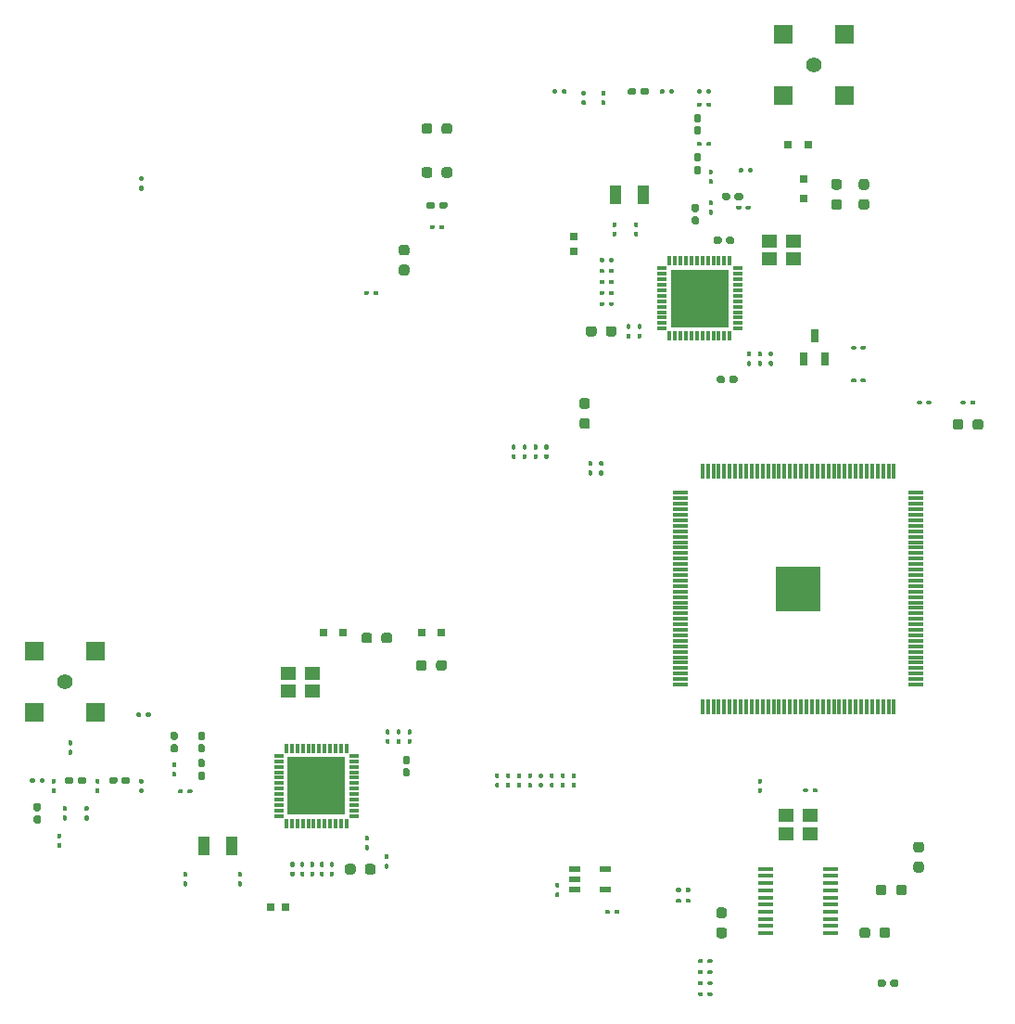
<source format=gtp>
%TF.GenerationSoftware,KiCad,Pcbnew,(5.1.10)-1*%
%TF.CreationDate,2021-10-14T01:54:17+08:00*%
%TF.ProjectId,cc1310,63633133-3130-42e6-9b69-6361645f7063,rev?*%
%TF.SameCoordinates,Original*%
%TF.FileFunction,Paste,Top*%
%TF.FilePolarity,Positive*%
%FSLAX46Y46*%
G04 Gerber Fmt 4.6, Leading zero omitted, Abs format (unit mm)*
G04 Created by KiCad (PCBNEW (5.1.10)-1) date 2021-10-14 01:54:17*
%MOMM*%
%LPD*%
G01*
G04 APERTURE LIST*
%ADD10R,1.400000X1.150000*%
%ADD11R,1.000000X1.800000*%
%ADD12R,1.400000X1.200000*%
%ADD13R,0.700000X0.800000*%
%ADD14R,0.800000X0.700000*%
%ADD15C,1.400000*%
%ADD16R,1.800000X1.800000*%
%ADD17R,5.250000X5.250000*%
%ADD18R,0.300000X0.900000*%
%ADD19R,0.900000X0.300000*%
%ADD20R,4.150000X4.150000*%
%ADD21R,1.475000X0.300000*%
%ADD22R,0.300000X1.475000*%
%ADD23R,1.475000X0.450000*%
%ADD24R,0.650000X1.250000*%
%ADD25R,1.000000X0.600000*%
%ADD26R,0.650000X0.700000*%
%ADD27R,0.700000X0.650000*%
G04 APERTURE END LIST*
D10*
%TO.C,Y5*%
X130400000Y-95000000D03*
X132600000Y-95000000D03*
X132600000Y-96600000D03*
X130400000Y-96600000D03*
%TD*%
%TO.C,Y4*%
X176600000Y-57200000D03*
X174400000Y-57200000D03*
X174400000Y-55600000D03*
X176600000Y-55600000D03*
%TD*%
D11*
%TO.C,Y3*%
X125250000Y-110800000D03*
X122750000Y-110800000D03*
%TD*%
%TO.C,Y2*%
X160350000Y-51300000D03*
X162850000Y-51300000D03*
%TD*%
D12*
%TO.C,Y1*%
X175900000Y-107950000D03*
X178100000Y-107950000D03*
X178100000Y-109650000D03*
X175900000Y-109650000D03*
%TD*%
%TO.C,R15*%
G36*
G01*
X143075000Y-94062500D02*
X143075000Y-94537500D01*
G75*
G02*
X142837500Y-94775000I-237500J0D01*
G01*
X142337500Y-94775000D01*
G75*
G02*
X142100000Y-94537500I0J237500D01*
G01*
X142100000Y-94062500D01*
G75*
G02*
X142337500Y-93825000I237500J0D01*
G01*
X142837500Y-93825000D01*
G75*
G02*
X143075000Y-94062500I0J-237500D01*
G01*
G37*
G36*
G01*
X144900000Y-94062500D02*
X144900000Y-94537500D01*
G75*
G02*
X144662500Y-94775000I-237500J0D01*
G01*
X144162500Y-94775000D01*
G75*
G02*
X143925000Y-94537500I0J237500D01*
G01*
X143925000Y-94062500D01*
G75*
G02*
X144162500Y-93825000I237500J0D01*
G01*
X144662500Y-93825000D01*
G75*
G02*
X144900000Y-94062500I0J-237500D01*
G01*
G37*
%TD*%
%TO.C,R14*%
G36*
G01*
X138075000Y-91562500D02*
X138075000Y-92037500D01*
G75*
G02*
X137837500Y-92275000I-237500J0D01*
G01*
X137337500Y-92275000D01*
G75*
G02*
X137100000Y-92037500I0J237500D01*
G01*
X137100000Y-91562500D01*
G75*
G02*
X137337500Y-91325000I237500J0D01*
G01*
X137837500Y-91325000D01*
G75*
G02*
X138075000Y-91562500I0J-237500D01*
G01*
G37*
G36*
G01*
X139900000Y-91562500D02*
X139900000Y-92037500D01*
G75*
G02*
X139662500Y-92275000I-237500J0D01*
G01*
X139162500Y-92275000D01*
G75*
G02*
X138925000Y-92037500I0J237500D01*
G01*
X138925000Y-91562500D01*
G75*
G02*
X139162500Y-91325000I237500J0D01*
G01*
X139662500Y-91325000D01*
G75*
G02*
X139900000Y-91562500I0J-237500D01*
G01*
G37*
%TD*%
%TO.C,R13*%
G36*
G01*
X136575000Y-112662500D02*
X136575000Y-113137500D01*
G75*
G02*
X136337500Y-113375000I-237500J0D01*
G01*
X135837500Y-113375000D01*
G75*
G02*
X135600000Y-113137500I0J237500D01*
G01*
X135600000Y-112662500D01*
G75*
G02*
X135837500Y-112425000I237500J0D01*
G01*
X136337500Y-112425000D01*
G75*
G02*
X136575000Y-112662500I0J-237500D01*
G01*
G37*
G36*
G01*
X138400000Y-112662500D02*
X138400000Y-113137500D01*
G75*
G02*
X138162500Y-113375000I-237500J0D01*
G01*
X137662500Y-113375000D01*
G75*
G02*
X137425000Y-113137500I0J237500D01*
G01*
X137425000Y-112662500D01*
G75*
G02*
X137662500Y-112425000I237500J0D01*
G01*
X138162500Y-112425000D01*
G75*
G02*
X138400000Y-112662500I0J-237500D01*
G01*
G37*
%TD*%
%TO.C,R12*%
G36*
G01*
X182762500Y-51725000D02*
X183237500Y-51725000D01*
G75*
G02*
X183475000Y-51962500I0J-237500D01*
G01*
X183475000Y-52462500D01*
G75*
G02*
X183237500Y-52700000I-237500J0D01*
G01*
X182762500Y-52700000D01*
G75*
G02*
X182525000Y-52462500I0J237500D01*
G01*
X182525000Y-51962500D01*
G75*
G02*
X182762500Y-51725000I237500J0D01*
G01*
G37*
G36*
G01*
X182762500Y-49900000D02*
X183237500Y-49900000D01*
G75*
G02*
X183475000Y-50137500I0J-237500D01*
G01*
X183475000Y-50637500D01*
G75*
G02*
X183237500Y-50875000I-237500J0D01*
G01*
X182762500Y-50875000D01*
G75*
G02*
X182525000Y-50637500I0J237500D01*
G01*
X182525000Y-50137500D01*
G75*
G02*
X182762500Y-49900000I237500J0D01*
G01*
G37*
%TD*%
%TO.C,R11*%
G36*
G01*
X180737500Y-50875000D02*
X180262500Y-50875000D01*
G75*
G02*
X180025000Y-50637500I0J237500D01*
G01*
X180025000Y-50137500D01*
G75*
G02*
X180262500Y-49900000I237500J0D01*
G01*
X180737500Y-49900000D01*
G75*
G02*
X180975000Y-50137500I0J-237500D01*
G01*
X180975000Y-50637500D01*
G75*
G02*
X180737500Y-50875000I-237500J0D01*
G01*
G37*
G36*
G01*
X180737500Y-52700000D02*
X180262500Y-52700000D01*
G75*
G02*
X180025000Y-52462500I0J237500D01*
G01*
X180025000Y-51962500D01*
G75*
G02*
X180262500Y-51725000I237500J0D01*
G01*
X180737500Y-51725000D01*
G75*
G02*
X180975000Y-51962500I0J-237500D01*
G01*
X180975000Y-52462500D01*
G75*
G02*
X180737500Y-52700000I-237500J0D01*
G01*
G37*
%TD*%
%TO.C,R10*%
G36*
G01*
X158575000Y-63562500D02*
X158575000Y-64037500D01*
G75*
G02*
X158337500Y-64275000I-237500J0D01*
G01*
X157837500Y-64275000D01*
G75*
G02*
X157600000Y-64037500I0J237500D01*
G01*
X157600000Y-63562500D01*
G75*
G02*
X157837500Y-63325000I237500J0D01*
G01*
X158337500Y-63325000D01*
G75*
G02*
X158575000Y-63562500I0J-237500D01*
G01*
G37*
G36*
G01*
X160400000Y-63562500D02*
X160400000Y-64037500D01*
G75*
G02*
X160162500Y-64275000I-237500J0D01*
G01*
X159662500Y-64275000D01*
G75*
G02*
X159425000Y-64037500I0J237500D01*
G01*
X159425000Y-63562500D01*
G75*
G02*
X159662500Y-63325000I237500J0D01*
G01*
X160162500Y-63325000D01*
G75*
G02*
X160400000Y-63562500I0J-237500D01*
G01*
G37*
%TD*%
%TO.C,R9*%
G36*
G01*
X192925000Y-72537500D02*
X192925000Y-72062500D01*
G75*
G02*
X193162500Y-71825000I237500J0D01*
G01*
X193662500Y-71825000D01*
G75*
G02*
X193900000Y-72062500I0J-237500D01*
G01*
X193900000Y-72537500D01*
G75*
G02*
X193662500Y-72775000I-237500J0D01*
G01*
X193162500Y-72775000D01*
G75*
G02*
X192925000Y-72537500I0J237500D01*
G01*
G37*
G36*
G01*
X191100000Y-72537500D02*
X191100000Y-72062500D01*
G75*
G02*
X191337500Y-71825000I237500J0D01*
G01*
X191837500Y-71825000D01*
G75*
G02*
X192075000Y-72062500I0J-237500D01*
G01*
X192075000Y-72537500D01*
G75*
G02*
X191837500Y-72775000I-237500J0D01*
G01*
X191337500Y-72775000D01*
G75*
G02*
X191100000Y-72537500I0J237500D01*
G01*
G37*
%TD*%
%TO.C,R8*%
G36*
G01*
X157737500Y-70875000D02*
X157262500Y-70875000D01*
G75*
G02*
X157025000Y-70637500I0J237500D01*
G01*
X157025000Y-70137500D01*
G75*
G02*
X157262500Y-69900000I237500J0D01*
G01*
X157737500Y-69900000D01*
G75*
G02*
X157975000Y-70137500I0J-237500D01*
G01*
X157975000Y-70637500D01*
G75*
G02*
X157737500Y-70875000I-237500J0D01*
G01*
G37*
G36*
G01*
X157737500Y-72700000D02*
X157262500Y-72700000D01*
G75*
G02*
X157025000Y-72462500I0J237500D01*
G01*
X157025000Y-71962500D01*
G75*
G02*
X157262500Y-71725000I237500J0D01*
G01*
X157737500Y-71725000D01*
G75*
G02*
X157975000Y-71962500I0J-237500D01*
G01*
X157975000Y-72462500D01*
G75*
G02*
X157737500Y-72700000I-237500J0D01*
G01*
G37*
%TD*%
%TO.C,R7*%
G36*
G01*
X185075000Y-114562500D02*
X185075000Y-115037500D01*
G75*
G02*
X184837500Y-115275000I-237500J0D01*
G01*
X184337500Y-115275000D01*
G75*
G02*
X184100000Y-115037500I0J237500D01*
G01*
X184100000Y-114562500D01*
G75*
G02*
X184337500Y-114325000I237500J0D01*
G01*
X184837500Y-114325000D01*
G75*
G02*
X185075000Y-114562500I0J-237500D01*
G01*
G37*
G36*
G01*
X186900000Y-114562500D02*
X186900000Y-115037500D01*
G75*
G02*
X186662500Y-115275000I-237500J0D01*
G01*
X186162500Y-115275000D01*
G75*
G02*
X185925000Y-115037500I0J237500D01*
G01*
X185925000Y-114562500D01*
G75*
G02*
X186162500Y-114325000I237500J0D01*
G01*
X186662500Y-114325000D01*
G75*
G02*
X186900000Y-114562500I0J-237500D01*
G01*
G37*
%TD*%
%TO.C,R6*%
G36*
G01*
X188237500Y-111375000D02*
X187762500Y-111375000D01*
G75*
G02*
X187525000Y-111137500I0J237500D01*
G01*
X187525000Y-110637500D01*
G75*
G02*
X187762500Y-110400000I237500J0D01*
G01*
X188237500Y-110400000D01*
G75*
G02*
X188475000Y-110637500I0J-237500D01*
G01*
X188475000Y-111137500D01*
G75*
G02*
X188237500Y-111375000I-237500J0D01*
G01*
G37*
G36*
G01*
X188237500Y-113200000D02*
X187762500Y-113200000D01*
G75*
G02*
X187525000Y-112962500I0J237500D01*
G01*
X187525000Y-112462500D01*
G75*
G02*
X187762500Y-112225000I237500J0D01*
G01*
X188237500Y-112225000D01*
G75*
G02*
X188475000Y-112462500I0J-237500D01*
G01*
X188475000Y-112962500D01*
G75*
G02*
X188237500Y-113200000I-237500J0D01*
G01*
G37*
%TD*%
%TO.C,R5*%
G36*
G01*
X184425000Y-118937500D02*
X184425000Y-118462500D01*
G75*
G02*
X184662500Y-118225000I237500J0D01*
G01*
X185162500Y-118225000D01*
G75*
G02*
X185400000Y-118462500I0J-237500D01*
G01*
X185400000Y-118937500D01*
G75*
G02*
X185162500Y-119175000I-237500J0D01*
G01*
X184662500Y-119175000D01*
G75*
G02*
X184425000Y-118937500I0J237500D01*
G01*
G37*
G36*
G01*
X182600000Y-118937500D02*
X182600000Y-118462500D01*
G75*
G02*
X182837500Y-118225000I237500J0D01*
G01*
X183337500Y-118225000D01*
G75*
G02*
X183575000Y-118462500I0J-237500D01*
G01*
X183575000Y-118937500D01*
G75*
G02*
X183337500Y-119175000I-237500J0D01*
G01*
X182837500Y-119175000D01*
G75*
G02*
X182600000Y-118937500I0J237500D01*
G01*
G37*
%TD*%
%TO.C,R4*%
G36*
G01*
X143575000Y-49062500D02*
X143575000Y-49537500D01*
G75*
G02*
X143337500Y-49775000I-237500J0D01*
G01*
X142837500Y-49775000D01*
G75*
G02*
X142600000Y-49537500I0J237500D01*
G01*
X142600000Y-49062500D01*
G75*
G02*
X142837500Y-48825000I237500J0D01*
G01*
X143337500Y-48825000D01*
G75*
G02*
X143575000Y-49062500I0J-237500D01*
G01*
G37*
G36*
G01*
X145400000Y-49062500D02*
X145400000Y-49537500D01*
G75*
G02*
X145162500Y-49775000I-237500J0D01*
G01*
X144662500Y-49775000D01*
G75*
G02*
X144425000Y-49537500I0J237500D01*
G01*
X144425000Y-49062500D01*
G75*
G02*
X144662500Y-48825000I237500J0D01*
G01*
X145162500Y-48825000D01*
G75*
G02*
X145400000Y-49062500I0J-237500D01*
G01*
G37*
%TD*%
%TO.C,R3*%
G36*
G01*
X144425000Y-45537500D02*
X144425000Y-45062500D01*
G75*
G02*
X144662500Y-44825000I237500J0D01*
G01*
X145162500Y-44825000D01*
G75*
G02*
X145400000Y-45062500I0J-237500D01*
G01*
X145400000Y-45537500D01*
G75*
G02*
X145162500Y-45775000I-237500J0D01*
G01*
X144662500Y-45775000D01*
G75*
G02*
X144425000Y-45537500I0J237500D01*
G01*
G37*
G36*
G01*
X142600000Y-45537500D02*
X142600000Y-45062500D01*
G75*
G02*
X142837500Y-44825000I237500J0D01*
G01*
X143337500Y-44825000D01*
G75*
G02*
X143575000Y-45062500I0J-237500D01*
G01*
X143575000Y-45537500D01*
G75*
G02*
X143337500Y-45775000I-237500J0D01*
G01*
X142837500Y-45775000D01*
G75*
G02*
X142600000Y-45537500I0J237500D01*
G01*
G37*
%TD*%
%TO.C,R2*%
G36*
G01*
X140762500Y-57725000D02*
X141237500Y-57725000D01*
G75*
G02*
X141475000Y-57962500I0J-237500D01*
G01*
X141475000Y-58462500D01*
G75*
G02*
X141237500Y-58700000I-237500J0D01*
G01*
X140762500Y-58700000D01*
G75*
G02*
X140525000Y-58462500I0J237500D01*
G01*
X140525000Y-57962500D01*
G75*
G02*
X140762500Y-57725000I237500J0D01*
G01*
G37*
G36*
G01*
X140762500Y-55900000D02*
X141237500Y-55900000D01*
G75*
G02*
X141475000Y-56137500I0J-237500D01*
G01*
X141475000Y-56637500D01*
G75*
G02*
X141237500Y-56875000I-237500J0D01*
G01*
X140762500Y-56875000D01*
G75*
G02*
X140525000Y-56637500I0J237500D01*
G01*
X140525000Y-56137500D01*
G75*
G02*
X140762500Y-55900000I237500J0D01*
G01*
G37*
%TD*%
%TO.C,R1*%
G36*
G01*
X170237500Y-117375000D02*
X169762500Y-117375000D01*
G75*
G02*
X169525000Y-117137500I0J237500D01*
G01*
X169525000Y-116637500D01*
G75*
G02*
X169762500Y-116400000I237500J0D01*
G01*
X170237500Y-116400000D01*
G75*
G02*
X170475000Y-116637500I0J-237500D01*
G01*
X170475000Y-117137500D01*
G75*
G02*
X170237500Y-117375000I-237500J0D01*
G01*
G37*
G36*
G01*
X170237500Y-119200000D02*
X169762500Y-119200000D01*
G75*
G02*
X169525000Y-118962500I0J237500D01*
G01*
X169525000Y-118462500D01*
G75*
G02*
X169762500Y-118225000I237500J0D01*
G01*
X170237500Y-118225000D01*
G75*
G02*
X170475000Y-118462500I0J-237500D01*
G01*
X170475000Y-118962500D01*
G75*
G02*
X170237500Y-119200000I-237500J0D01*
G01*
G37*
%TD*%
D13*
%TO.C,LED4*%
X142600000Y-91300000D03*
X144400000Y-91300000D03*
%TD*%
%TO.C,LED3*%
X135400000Y-91300000D03*
X133600000Y-91300000D03*
%TD*%
%TO.C,LED2*%
X177900000Y-46800000D03*
X176100000Y-46800000D03*
%TD*%
D14*
%TO.C,LED1*%
X177500000Y-49900000D03*
X177500000Y-51700000D03*
%TD*%
%TO.C,L16*%
G36*
G01*
X141360000Y-103310000D02*
X141040000Y-103310000D01*
G75*
G02*
X140880000Y-103150000I0J160000D01*
G01*
X140880000Y-102705000D01*
G75*
G02*
X141040000Y-102545000I160000J0D01*
G01*
X141360000Y-102545000D01*
G75*
G02*
X141520000Y-102705000I0J-160000D01*
G01*
X141520000Y-103150000D01*
G75*
G02*
X141360000Y-103310000I-160000J0D01*
G01*
G37*
G36*
G01*
X141360000Y-104455000D02*
X141040000Y-104455000D01*
G75*
G02*
X140880000Y-104295000I0J160000D01*
G01*
X140880000Y-103850000D01*
G75*
G02*
X141040000Y-103690000I160000J0D01*
G01*
X141360000Y-103690000D01*
G75*
G02*
X141520000Y-103850000I0J-160000D01*
G01*
X141520000Y-104295000D01*
G75*
G02*
X141360000Y-104455000I-160000J0D01*
G01*
G37*
%TD*%
%TO.C,L15*%
G36*
G01*
X170690000Y-68360000D02*
X170690000Y-68040000D01*
G75*
G02*
X170850000Y-67880000I160000J0D01*
G01*
X171295000Y-67880000D01*
G75*
G02*
X171455000Y-68040000I0J-160000D01*
G01*
X171455000Y-68360000D01*
G75*
G02*
X171295000Y-68520000I-160000J0D01*
G01*
X170850000Y-68520000D01*
G75*
G02*
X170690000Y-68360000I0J160000D01*
G01*
G37*
G36*
G01*
X169545000Y-68360000D02*
X169545000Y-68040000D01*
G75*
G02*
X169705000Y-67880000I160000J0D01*
G01*
X170150000Y-67880000D01*
G75*
G02*
X170310000Y-68040000I0J-160000D01*
G01*
X170310000Y-68360000D01*
G75*
G02*
X170150000Y-68520000I-160000J0D01*
G01*
X169705000Y-68520000D01*
G75*
G02*
X169545000Y-68360000I0J160000D01*
G01*
G37*
%TD*%
%TO.C,L14*%
G36*
G01*
X122340000Y-101490000D02*
X122660000Y-101490000D01*
G75*
G02*
X122820000Y-101650000I0J-160000D01*
G01*
X122820000Y-102095000D01*
G75*
G02*
X122660000Y-102255000I-160000J0D01*
G01*
X122340000Y-102255000D01*
G75*
G02*
X122180000Y-102095000I0J160000D01*
G01*
X122180000Y-101650000D01*
G75*
G02*
X122340000Y-101490000I160000J0D01*
G01*
G37*
G36*
G01*
X122340000Y-100345000D02*
X122660000Y-100345000D01*
G75*
G02*
X122820000Y-100505000I0J-160000D01*
G01*
X122820000Y-100950000D01*
G75*
G02*
X122660000Y-101110000I-160000J0D01*
G01*
X122340000Y-101110000D01*
G75*
G02*
X122180000Y-100950000I0J160000D01*
G01*
X122180000Y-100505000D01*
G75*
G02*
X122340000Y-100345000I160000J0D01*
G01*
G37*
%TD*%
%TO.C,L13*%
G36*
G01*
X122340000Y-103990000D02*
X122660000Y-103990000D01*
G75*
G02*
X122820000Y-104150000I0J-160000D01*
G01*
X122820000Y-104595000D01*
G75*
G02*
X122660000Y-104755000I-160000J0D01*
G01*
X122340000Y-104755000D01*
G75*
G02*
X122180000Y-104595000I0J160000D01*
G01*
X122180000Y-104150000D01*
G75*
G02*
X122340000Y-103990000I160000J0D01*
G01*
G37*
G36*
G01*
X122340000Y-102845000D02*
X122660000Y-102845000D01*
G75*
G02*
X122820000Y-103005000I0J-160000D01*
G01*
X122820000Y-103450000D01*
G75*
G02*
X122660000Y-103610000I-160000J0D01*
G01*
X122340000Y-103610000D01*
G75*
G02*
X122180000Y-103450000I0J160000D01*
G01*
X122180000Y-103005000D01*
G75*
G02*
X122340000Y-102845000I160000J0D01*
G01*
G37*
%TD*%
%TO.C,L12*%
G36*
G01*
X170010000Y-55340000D02*
X170010000Y-55660000D01*
G75*
G02*
X169850000Y-55820000I-160000J0D01*
G01*
X169405000Y-55820000D01*
G75*
G02*
X169245000Y-55660000I0J160000D01*
G01*
X169245000Y-55340000D01*
G75*
G02*
X169405000Y-55180000I160000J0D01*
G01*
X169850000Y-55180000D01*
G75*
G02*
X170010000Y-55340000I0J-160000D01*
G01*
G37*
G36*
G01*
X171155000Y-55340000D02*
X171155000Y-55660000D01*
G75*
G02*
X170995000Y-55820000I-160000J0D01*
G01*
X170550000Y-55820000D01*
G75*
G02*
X170390000Y-55660000I0J160000D01*
G01*
X170390000Y-55340000D01*
G75*
G02*
X170550000Y-55180000I160000J0D01*
G01*
X170995000Y-55180000D01*
G75*
G02*
X171155000Y-55340000I0J-160000D01*
G01*
G37*
%TD*%
%TO.C,L11*%
G36*
G01*
X167440000Y-53290000D02*
X167760000Y-53290000D01*
G75*
G02*
X167920000Y-53450000I0J-160000D01*
G01*
X167920000Y-53895000D01*
G75*
G02*
X167760000Y-54055000I-160000J0D01*
G01*
X167440000Y-54055000D01*
G75*
G02*
X167280000Y-53895000I0J160000D01*
G01*
X167280000Y-53450000D01*
G75*
G02*
X167440000Y-53290000I160000J0D01*
G01*
G37*
G36*
G01*
X167440000Y-52145000D02*
X167760000Y-52145000D01*
G75*
G02*
X167920000Y-52305000I0J-160000D01*
G01*
X167920000Y-52750000D01*
G75*
G02*
X167760000Y-52910000I-160000J0D01*
G01*
X167440000Y-52910000D01*
G75*
G02*
X167280000Y-52750000I0J160000D01*
G01*
X167280000Y-52305000D01*
G75*
G02*
X167440000Y-52145000I160000J0D01*
G01*
G37*
%TD*%
%TO.C,L10*%
G36*
G01*
X120160000Y-101110000D02*
X119840000Y-101110000D01*
G75*
G02*
X119680000Y-100950000I0J160000D01*
G01*
X119680000Y-100505000D01*
G75*
G02*
X119840000Y-100345000I160000J0D01*
G01*
X120160000Y-100345000D01*
G75*
G02*
X120320000Y-100505000I0J-160000D01*
G01*
X120320000Y-100950000D01*
G75*
G02*
X120160000Y-101110000I-160000J0D01*
G01*
G37*
G36*
G01*
X120160000Y-102255000D02*
X119840000Y-102255000D01*
G75*
G02*
X119680000Y-102095000I0J160000D01*
G01*
X119680000Y-101650000D01*
G75*
G02*
X119840000Y-101490000I160000J0D01*
G01*
X120160000Y-101490000D01*
G75*
G02*
X120320000Y-101650000I0J-160000D01*
G01*
X120320000Y-102095000D01*
G75*
G02*
X120160000Y-102255000I-160000J0D01*
G01*
G37*
%TD*%
%TO.C,L9*%
G36*
G01*
X171190000Y-51660000D02*
X171190000Y-51340000D01*
G75*
G02*
X171350000Y-51180000I160000J0D01*
G01*
X171795000Y-51180000D01*
G75*
G02*
X171955000Y-51340000I0J-160000D01*
G01*
X171955000Y-51660000D01*
G75*
G02*
X171795000Y-51820000I-160000J0D01*
G01*
X171350000Y-51820000D01*
G75*
G02*
X171190000Y-51660000I0J160000D01*
G01*
G37*
G36*
G01*
X170045000Y-51660000D02*
X170045000Y-51340000D01*
G75*
G02*
X170205000Y-51180000I160000J0D01*
G01*
X170650000Y-51180000D01*
G75*
G02*
X170810000Y-51340000I0J-160000D01*
G01*
X170810000Y-51660000D01*
G75*
G02*
X170650000Y-51820000I-160000J0D01*
G01*
X170205000Y-51820000D01*
G75*
G02*
X170045000Y-51660000I0J160000D01*
G01*
G37*
%TD*%
%TO.C,L8*%
G36*
G01*
X115190000Y-104960000D02*
X115190000Y-104640000D01*
G75*
G02*
X115350000Y-104480000I160000J0D01*
G01*
X115795000Y-104480000D01*
G75*
G02*
X115955000Y-104640000I0J-160000D01*
G01*
X115955000Y-104960000D01*
G75*
G02*
X115795000Y-105120000I-160000J0D01*
G01*
X115350000Y-105120000D01*
G75*
G02*
X115190000Y-104960000I0J160000D01*
G01*
G37*
G36*
G01*
X114045000Y-104960000D02*
X114045000Y-104640000D01*
G75*
G02*
X114205000Y-104480000I160000J0D01*
G01*
X114650000Y-104480000D01*
G75*
G02*
X114810000Y-104640000I0J-160000D01*
G01*
X114810000Y-104960000D01*
G75*
G02*
X114650000Y-105120000I-160000J0D01*
G01*
X114205000Y-105120000D01*
G75*
G02*
X114045000Y-104960000I0J160000D01*
G01*
G37*
%TD*%
%TO.C,L7*%
G36*
G01*
X167640000Y-48690000D02*
X167960000Y-48690000D01*
G75*
G02*
X168120000Y-48850000I0J-160000D01*
G01*
X168120000Y-49295000D01*
G75*
G02*
X167960000Y-49455000I-160000J0D01*
G01*
X167640000Y-49455000D01*
G75*
G02*
X167480000Y-49295000I0J160000D01*
G01*
X167480000Y-48850000D01*
G75*
G02*
X167640000Y-48690000I160000J0D01*
G01*
G37*
G36*
G01*
X167640000Y-47545000D02*
X167960000Y-47545000D01*
G75*
G02*
X168120000Y-47705000I0J-160000D01*
G01*
X168120000Y-48150000D01*
G75*
G02*
X167960000Y-48310000I-160000J0D01*
G01*
X167640000Y-48310000D01*
G75*
G02*
X167480000Y-48150000I0J160000D01*
G01*
X167480000Y-47705000D01*
G75*
G02*
X167640000Y-47545000I160000J0D01*
G01*
G37*
%TD*%
%TO.C,L6*%
G36*
G01*
X111190000Y-104960000D02*
X111190000Y-104640000D01*
G75*
G02*
X111350000Y-104480000I160000J0D01*
G01*
X111795000Y-104480000D01*
G75*
G02*
X111955000Y-104640000I0J-160000D01*
G01*
X111955000Y-104960000D01*
G75*
G02*
X111795000Y-105120000I-160000J0D01*
G01*
X111350000Y-105120000D01*
G75*
G02*
X111190000Y-104960000I0J160000D01*
G01*
G37*
G36*
G01*
X110045000Y-104960000D02*
X110045000Y-104640000D01*
G75*
G02*
X110205000Y-104480000I160000J0D01*
G01*
X110650000Y-104480000D01*
G75*
G02*
X110810000Y-104640000I0J-160000D01*
G01*
X110810000Y-104960000D01*
G75*
G02*
X110650000Y-105120000I-160000J0D01*
G01*
X110205000Y-105120000D01*
G75*
G02*
X110045000Y-104960000I0J160000D01*
G01*
G37*
%TD*%
%TO.C,L5*%
G36*
G01*
X167640000Y-45090000D02*
X167960000Y-45090000D01*
G75*
G02*
X168120000Y-45250000I0J-160000D01*
G01*
X168120000Y-45695000D01*
G75*
G02*
X167960000Y-45855000I-160000J0D01*
G01*
X167640000Y-45855000D01*
G75*
G02*
X167480000Y-45695000I0J160000D01*
G01*
X167480000Y-45250000D01*
G75*
G02*
X167640000Y-45090000I160000J0D01*
G01*
G37*
G36*
G01*
X167640000Y-43945000D02*
X167960000Y-43945000D01*
G75*
G02*
X168120000Y-44105000I0J-160000D01*
G01*
X168120000Y-44550000D01*
G75*
G02*
X167960000Y-44710000I-160000J0D01*
G01*
X167640000Y-44710000D01*
G75*
G02*
X167480000Y-44550000I0J160000D01*
G01*
X167480000Y-44105000D01*
G75*
G02*
X167640000Y-43945000I160000J0D01*
G01*
G37*
%TD*%
%TO.C,L4*%
G36*
G01*
X107660000Y-107610000D02*
X107340000Y-107610000D01*
G75*
G02*
X107180000Y-107450000I0J160000D01*
G01*
X107180000Y-107005000D01*
G75*
G02*
X107340000Y-106845000I160000J0D01*
G01*
X107660000Y-106845000D01*
G75*
G02*
X107820000Y-107005000I0J-160000D01*
G01*
X107820000Y-107450000D01*
G75*
G02*
X107660000Y-107610000I-160000J0D01*
G01*
G37*
G36*
G01*
X107660000Y-108755000D02*
X107340000Y-108755000D01*
G75*
G02*
X107180000Y-108595000I0J160000D01*
G01*
X107180000Y-108150000D01*
G75*
G02*
X107340000Y-107990000I160000J0D01*
G01*
X107660000Y-107990000D01*
G75*
G02*
X107820000Y-108150000I0J-160000D01*
G01*
X107820000Y-108595000D01*
G75*
G02*
X107660000Y-108755000I-160000J0D01*
G01*
G37*
%TD*%
%TO.C,L3*%
G36*
G01*
X162590000Y-42060000D02*
X162590000Y-41740000D01*
G75*
G02*
X162750000Y-41580000I160000J0D01*
G01*
X163195000Y-41580000D01*
G75*
G02*
X163355000Y-41740000I0J-160000D01*
G01*
X163355000Y-42060000D01*
G75*
G02*
X163195000Y-42220000I-160000J0D01*
G01*
X162750000Y-42220000D01*
G75*
G02*
X162590000Y-42060000I0J160000D01*
G01*
G37*
G36*
G01*
X161445000Y-42060000D02*
X161445000Y-41740000D01*
G75*
G02*
X161605000Y-41580000I160000J0D01*
G01*
X162050000Y-41580000D01*
G75*
G02*
X162210000Y-41740000I0J-160000D01*
G01*
X162210000Y-42060000D01*
G75*
G02*
X162050000Y-42220000I-160000J0D01*
G01*
X161605000Y-42220000D01*
G75*
G02*
X161445000Y-42060000I0J160000D01*
G01*
G37*
%TD*%
%TO.C,L2*%
G36*
G01*
X143810000Y-52140000D02*
X143810000Y-52460000D01*
G75*
G02*
X143650000Y-52620000I-160000J0D01*
G01*
X143205000Y-52620000D01*
G75*
G02*
X143045000Y-52460000I0J160000D01*
G01*
X143045000Y-52140000D01*
G75*
G02*
X143205000Y-51980000I160000J0D01*
G01*
X143650000Y-51980000D01*
G75*
G02*
X143810000Y-52140000I0J-160000D01*
G01*
G37*
G36*
G01*
X144955000Y-52140000D02*
X144955000Y-52460000D01*
G75*
G02*
X144795000Y-52620000I-160000J0D01*
G01*
X144350000Y-52620000D01*
G75*
G02*
X144190000Y-52460000I0J160000D01*
G01*
X144190000Y-52140000D01*
G75*
G02*
X144350000Y-51980000I160000J0D01*
G01*
X144795000Y-51980000D01*
G75*
G02*
X144955000Y-52140000I0J-160000D01*
G01*
G37*
%TD*%
%TO.C,L1*%
G36*
G01*
X185010000Y-123140000D02*
X185010000Y-123460000D01*
G75*
G02*
X184850000Y-123620000I-160000J0D01*
G01*
X184405000Y-123620000D01*
G75*
G02*
X184245000Y-123460000I0J160000D01*
G01*
X184245000Y-123140000D01*
G75*
G02*
X184405000Y-122980000I160000J0D01*
G01*
X184850000Y-122980000D01*
G75*
G02*
X185010000Y-123140000I0J-160000D01*
G01*
G37*
G36*
G01*
X186155000Y-123140000D02*
X186155000Y-123460000D01*
G75*
G02*
X185995000Y-123620000I-160000J0D01*
G01*
X185550000Y-123620000D01*
G75*
G02*
X185390000Y-123460000I0J160000D01*
G01*
X185390000Y-123140000D01*
G75*
G02*
X185550000Y-122980000I160000J0D01*
G01*
X185995000Y-122980000D01*
G75*
G02*
X186155000Y-123140000I0J-160000D01*
G01*
G37*
%TD*%
D15*
%TO.C,J3*%
X110000000Y-95800000D03*
D16*
X107200000Y-98600000D03*
X112800000Y-98600000D03*
X107200000Y-93000000D03*
X112800000Y-93000000D03*
%TD*%
D15*
%TO.C,J2*%
X178400000Y-39500000D03*
D16*
X181200000Y-42300000D03*
X181200000Y-36700000D03*
X175600000Y-42300000D03*
X175600000Y-36700000D03*
%TD*%
D17*
%TO.C,IC6*%
X133000000Y-105300000D03*
D18*
X130250000Y-101850000D03*
X130750000Y-101850000D03*
X131250000Y-101850000D03*
X131750000Y-101850000D03*
X132250000Y-101850000D03*
X132750000Y-101850000D03*
X133250000Y-101850000D03*
X133750000Y-101850000D03*
X134250000Y-101850000D03*
X134750000Y-101850000D03*
X135250000Y-101850000D03*
X135750000Y-101850000D03*
D19*
X136450000Y-102550000D03*
X136450000Y-103050000D03*
X136450000Y-103550000D03*
X136450000Y-104050000D03*
X136450000Y-104550000D03*
X136450000Y-105050000D03*
X136450000Y-105550000D03*
X136450000Y-106050000D03*
X136450000Y-106550000D03*
X136450000Y-107050000D03*
X136450000Y-107550000D03*
X136450000Y-108050000D03*
D18*
X135750000Y-108750000D03*
X135250000Y-108750000D03*
X134750000Y-108750000D03*
X134250000Y-108750000D03*
X133750000Y-108750000D03*
X133250000Y-108750000D03*
X132750000Y-108750000D03*
X132250000Y-108750000D03*
X131750000Y-108750000D03*
X131250000Y-108750000D03*
X130750000Y-108750000D03*
X130250000Y-108750000D03*
D19*
X129550000Y-108050000D03*
X129550000Y-107550000D03*
X129550000Y-107050000D03*
X129550000Y-106550000D03*
X129550000Y-106050000D03*
X129550000Y-105550000D03*
X129550000Y-105050000D03*
X129550000Y-104550000D03*
X129550000Y-104050000D03*
X129550000Y-103550000D03*
X129550000Y-103050000D03*
X129550000Y-102550000D03*
%TD*%
D17*
%TO.C,IC5*%
X168000000Y-60800000D03*
D19*
X171450000Y-58050000D03*
X171450000Y-58550000D03*
X171450000Y-59050000D03*
X171450000Y-59550000D03*
X171450000Y-60050000D03*
X171450000Y-60550000D03*
X171450000Y-61050000D03*
X171450000Y-61550000D03*
X171450000Y-62050000D03*
X171450000Y-62550000D03*
X171450000Y-63050000D03*
X171450000Y-63550000D03*
D18*
X170750000Y-64250000D03*
X170250000Y-64250000D03*
X169750000Y-64250000D03*
X169250000Y-64250000D03*
X168750000Y-64250000D03*
X168250000Y-64250000D03*
X167750000Y-64250000D03*
X167250000Y-64250000D03*
X166750000Y-64250000D03*
X166250000Y-64250000D03*
X165750000Y-64250000D03*
X165250000Y-64250000D03*
D19*
X164550000Y-63550000D03*
X164550000Y-63050000D03*
X164550000Y-62550000D03*
X164550000Y-62050000D03*
X164550000Y-61550000D03*
X164550000Y-61050000D03*
X164550000Y-60550000D03*
X164550000Y-60050000D03*
X164550000Y-59550000D03*
X164550000Y-59050000D03*
X164550000Y-58550000D03*
X164550000Y-58050000D03*
D18*
X165250000Y-57350000D03*
X165750000Y-57350000D03*
X166250000Y-57350000D03*
X166750000Y-57350000D03*
X167250000Y-57350000D03*
X167750000Y-57350000D03*
X168250000Y-57350000D03*
X168750000Y-57350000D03*
X169250000Y-57350000D03*
X169750000Y-57350000D03*
X170250000Y-57350000D03*
X170750000Y-57350000D03*
%TD*%
D20*
%TO.C,IC4*%
X177000000Y-87300000D03*
D21*
X187738000Y-78550000D03*
X187738000Y-79050000D03*
X187738000Y-79550000D03*
X187738000Y-80050000D03*
X187738000Y-80550000D03*
X187738000Y-81050000D03*
X187738000Y-81550000D03*
X187738000Y-82050000D03*
X187738000Y-82550000D03*
X187738000Y-83050000D03*
X187738000Y-83550000D03*
X187738000Y-84050000D03*
X187738000Y-84550000D03*
X187738000Y-85050000D03*
X187738000Y-85550000D03*
X187738000Y-86050000D03*
X187738000Y-86550000D03*
X187738000Y-87050000D03*
X187738000Y-87550000D03*
X187738000Y-88050000D03*
X187738000Y-88550000D03*
X187738000Y-89050000D03*
X187738000Y-89550000D03*
X187738000Y-90050000D03*
X187738000Y-90550000D03*
X187738000Y-91050000D03*
X187738000Y-91550000D03*
X187738000Y-92050000D03*
X187738000Y-92550000D03*
X187738000Y-93050000D03*
X187738000Y-93550000D03*
X187738000Y-94050000D03*
X187738000Y-94550000D03*
X187738000Y-95050000D03*
X187738000Y-95550000D03*
X187738000Y-96050000D03*
D22*
X185750000Y-98038000D03*
X185250000Y-98038000D03*
X184750000Y-98038000D03*
X184250000Y-98038000D03*
X183750000Y-98038000D03*
X183250000Y-98038000D03*
X182750000Y-98038000D03*
X182250000Y-98038000D03*
X181750000Y-98038000D03*
X181250000Y-98038000D03*
X180750000Y-98038000D03*
X180250000Y-98038000D03*
X179750000Y-98038000D03*
X179250000Y-98038000D03*
X178750000Y-98038000D03*
X178250000Y-98038000D03*
X177750000Y-98038000D03*
X177250000Y-98038000D03*
X176750000Y-98038000D03*
X176250000Y-98038000D03*
X175750000Y-98038000D03*
X175250000Y-98038000D03*
X174750000Y-98038000D03*
X174250000Y-98038000D03*
X173750000Y-98038000D03*
X173250000Y-98038000D03*
X172750000Y-98038000D03*
X172250000Y-98038000D03*
X171750000Y-98038000D03*
X171250000Y-98038000D03*
X170750000Y-98038000D03*
X170250000Y-98038000D03*
X169750000Y-98038000D03*
X169250000Y-98038000D03*
X168750000Y-98038000D03*
X168250000Y-98038000D03*
D21*
X166262000Y-96050000D03*
X166262000Y-95550000D03*
X166262000Y-95050000D03*
X166262000Y-94550000D03*
X166262000Y-94050000D03*
X166262000Y-93550000D03*
X166262000Y-93050000D03*
X166262000Y-92550000D03*
X166262000Y-92050000D03*
X166262000Y-91550000D03*
X166262000Y-91050000D03*
X166262000Y-90550000D03*
X166262000Y-90050000D03*
X166262000Y-89550000D03*
X166262000Y-89050000D03*
X166262000Y-88550000D03*
X166262000Y-88050000D03*
X166262000Y-87550000D03*
X166262000Y-87050000D03*
X166262000Y-86550000D03*
X166262000Y-86050000D03*
X166262000Y-85550000D03*
X166262000Y-85050000D03*
X166262000Y-84550000D03*
X166262000Y-84050000D03*
X166262000Y-83550000D03*
X166262000Y-83050000D03*
X166262000Y-82550000D03*
X166262000Y-82050000D03*
X166262000Y-81550000D03*
X166262000Y-81050000D03*
X166262000Y-80550000D03*
X166262000Y-80050000D03*
X166262000Y-79550000D03*
X166262000Y-79050000D03*
X166262000Y-78550000D03*
D22*
X168250000Y-76562000D03*
X168750000Y-76562000D03*
X169250000Y-76562000D03*
X169750000Y-76562000D03*
X170250000Y-76562000D03*
X170750000Y-76562000D03*
X171250000Y-76562000D03*
X171750000Y-76562000D03*
X172250000Y-76562000D03*
X172750000Y-76562000D03*
X173250000Y-76562000D03*
X173750000Y-76562000D03*
X174250000Y-76562000D03*
X174750000Y-76562000D03*
X175250000Y-76562000D03*
X175750000Y-76562000D03*
X176250000Y-76562000D03*
X176750000Y-76562000D03*
X177250000Y-76562000D03*
X177750000Y-76562000D03*
X178250000Y-76562000D03*
X178750000Y-76562000D03*
X179250000Y-76562000D03*
X179750000Y-76562000D03*
X180250000Y-76562000D03*
X180750000Y-76562000D03*
X181250000Y-76562000D03*
X181750000Y-76562000D03*
X182250000Y-76562000D03*
X182750000Y-76562000D03*
X183250000Y-76562000D03*
X183750000Y-76562000D03*
X184250000Y-76562000D03*
X184750000Y-76562000D03*
X185250000Y-76562000D03*
X185750000Y-76562000D03*
%TD*%
D23*
%TO.C,IC3*%
X179938000Y-112875000D03*
X179938000Y-113525000D03*
X179938000Y-114175000D03*
X179938000Y-114825000D03*
X179938000Y-115475000D03*
X179938000Y-116125000D03*
X179938000Y-116775000D03*
X179938000Y-117425000D03*
X179938000Y-118075000D03*
X179938000Y-118725000D03*
X174062000Y-118725000D03*
X174062000Y-118075000D03*
X174062000Y-117425000D03*
X174062000Y-116775000D03*
X174062000Y-116125000D03*
X174062000Y-115475000D03*
X174062000Y-114825000D03*
X174062000Y-114175000D03*
X174062000Y-113525000D03*
X174062000Y-112875000D03*
%TD*%
D24*
%TO.C,IC2*%
X178500000Y-64250000D03*
X179460000Y-66350000D03*
X177540000Y-66350000D03*
%TD*%
D25*
%TO.C,IC1*%
X159400000Y-112850000D03*
X159400000Y-114750000D03*
X156600000Y-114750000D03*
X156600000Y-113800000D03*
X156600000Y-112850000D03*
%TD*%
D26*
%TO.C,FB3*%
X130175000Y-116400000D03*
X128825000Y-116400000D03*
%TD*%
D27*
%TO.C,FB2*%
X156500000Y-56475000D03*
X156500000Y-55125000D03*
%TD*%
%TO.C,C75*%
G36*
G01*
X141590000Y-100596500D02*
X141410000Y-100596500D01*
G75*
G02*
X141320000Y-100506500I0J90000D01*
G01*
X141320000Y-100228500D01*
G75*
G02*
X141410000Y-100138500I90000J0D01*
G01*
X141590000Y-100138500D01*
G75*
G02*
X141680000Y-100228500I0J-90000D01*
G01*
X141680000Y-100506500D01*
G75*
G02*
X141590000Y-100596500I-90000J0D01*
G01*
G37*
G36*
G01*
X141590000Y-101461500D02*
X141410000Y-101461500D01*
G75*
G02*
X141320000Y-101371500I0J90000D01*
G01*
X141320000Y-101093500D01*
G75*
G02*
X141410000Y-101003500I90000J0D01*
G01*
X141590000Y-101003500D01*
G75*
G02*
X141680000Y-101093500I0J-90000D01*
G01*
X141680000Y-101371500D01*
G75*
G02*
X141590000Y-101461500I-90000J0D01*
G01*
G37*
%TD*%
%TO.C,C74*%
G36*
G01*
X174590000Y-66096500D02*
X174410000Y-66096500D01*
G75*
G02*
X174320000Y-66006500I0J90000D01*
G01*
X174320000Y-65728500D01*
G75*
G02*
X174410000Y-65638500I90000J0D01*
G01*
X174590000Y-65638500D01*
G75*
G02*
X174680000Y-65728500I0J-90000D01*
G01*
X174680000Y-66006500D01*
G75*
G02*
X174590000Y-66096500I-90000J0D01*
G01*
G37*
G36*
G01*
X174590000Y-66961500D02*
X174410000Y-66961500D01*
G75*
G02*
X174320000Y-66871500I0J90000D01*
G01*
X174320000Y-66593500D01*
G75*
G02*
X174410000Y-66503500I90000J0D01*
G01*
X174590000Y-66503500D01*
G75*
G02*
X174680000Y-66593500I0J-90000D01*
G01*
X174680000Y-66871500D01*
G75*
G02*
X174590000Y-66961500I-90000J0D01*
G01*
G37*
%TD*%
%TO.C,C73*%
G36*
G01*
X140590000Y-100596500D02*
X140410000Y-100596500D01*
G75*
G02*
X140320000Y-100506500I0J90000D01*
G01*
X140320000Y-100228500D01*
G75*
G02*
X140410000Y-100138500I90000J0D01*
G01*
X140590000Y-100138500D01*
G75*
G02*
X140680000Y-100228500I0J-90000D01*
G01*
X140680000Y-100506500D01*
G75*
G02*
X140590000Y-100596500I-90000J0D01*
G01*
G37*
G36*
G01*
X140590000Y-101461500D02*
X140410000Y-101461500D01*
G75*
G02*
X140320000Y-101371500I0J90000D01*
G01*
X140320000Y-101093500D01*
G75*
G02*
X140410000Y-101003500I90000J0D01*
G01*
X140590000Y-101003500D01*
G75*
G02*
X140680000Y-101093500I0J-90000D01*
G01*
X140680000Y-101371500D01*
G75*
G02*
X140590000Y-101461500I-90000J0D01*
G01*
G37*
%TD*%
%TO.C,C72*%
G36*
G01*
X173590000Y-66096500D02*
X173410000Y-66096500D01*
G75*
G02*
X173320000Y-66006500I0J90000D01*
G01*
X173320000Y-65728500D01*
G75*
G02*
X173410000Y-65638500I90000J0D01*
G01*
X173590000Y-65638500D01*
G75*
G02*
X173680000Y-65728500I0J-90000D01*
G01*
X173680000Y-66006500D01*
G75*
G02*
X173590000Y-66096500I-90000J0D01*
G01*
G37*
G36*
G01*
X173590000Y-66961500D02*
X173410000Y-66961500D01*
G75*
G02*
X173320000Y-66871500I0J90000D01*
G01*
X173320000Y-66593500D01*
G75*
G02*
X173410000Y-66503500I90000J0D01*
G01*
X173590000Y-66503500D01*
G75*
G02*
X173680000Y-66593500I0J-90000D01*
G01*
X173680000Y-66871500D01*
G75*
G02*
X173590000Y-66961500I-90000J0D01*
G01*
G37*
%TD*%
%TO.C,C71*%
G36*
G01*
X139590000Y-100596500D02*
X139410000Y-100596500D01*
G75*
G02*
X139320000Y-100506500I0J90000D01*
G01*
X139320000Y-100228500D01*
G75*
G02*
X139410000Y-100138500I90000J0D01*
G01*
X139590000Y-100138500D01*
G75*
G02*
X139680000Y-100228500I0J-90000D01*
G01*
X139680000Y-100506500D01*
G75*
G02*
X139590000Y-100596500I-90000J0D01*
G01*
G37*
G36*
G01*
X139590000Y-101461500D02*
X139410000Y-101461500D01*
G75*
G02*
X139320000Y-101371500I0J90000D01*
G01*
X139320000Y-101093500D01*
G75*
G02*
X139410000Y-101003500I90000J0D01*
G01*
X139590000Y-101003500D01*
G75*
G02*
X139680000Y-101093500I0J-90000D01*
G01*
X139680000Y-101371500D01*
G75*
G02*
X139590000Y-101461500I-90000J0D01*
G01*
G37*
%TD*%
%TO.C,C70*%
G36*
G01*
X137510000Y-110703500D02*
X137690000Y-110703500D01*
G75*
G02*
X137780000Y-110793500I0J-90000D01*
G01*
X137780000Y-111071500D01*
G75*
G02*
X137690000Y-111161500I-90000J0D01*
G01*
X137510000Y-111161500D01*
G75*
G02*
X137420000Y-111071500I0J90000D01*
G01*
X137420000Y-110793500D01*
G75*
G02*
X137510000Y-110703500I90000J0D01*
G01*
G37*
G36*
G01*
X137510000Y-109838500D02*
X137690000Y-109838500D01*
G75*
G02*
X137780000Y-109928500I0J-90000D01*
G01*
X137780000Y-110206500D01*
G75*
G02*
X137690000Y-110296500I-90000J0D01*
G01*
X137510000Y-110296500D01*
G75*
G02*
X137420000Y-110206500I0J90000D01*
G01*
X137420000Y-109928500D01*
G75*
G02*
X137510000Y-109838500I90000J0D01*
G01*
G37*
%TD*%
%TO.C,C69*%
G36*
G01*
X172590000Y-66096500D02*
X172410000Y-66096500D01*
G75*
G02*
X172320000Y-66006500I0J90000D01*
G01*
X172320000Y-65728500D01*
G75*
G02*
X172410000Y-65638500I90000J0D01*
G01*
X172590000Y-65638500D01*
G75*
G02*
X172680000Y-65728500I0J-90000D01*
G01*
X172680000Y-66006500D01*
G75*
G02*
X172590000Y-66096500I-90000J0D01*
G01*
G37*
G36*
G01*
X172590000Y-66961500D02*
X172410000Y-66961500D01*
G75*
G02*
X172320000Y-66871500I0J90000D01*
G01*
X172320000Y-66593500D01*
G75*
G02*
X172410000Y-66503500I90000J0D01*
G01*
X172590000Y-66503500D01*
G75*
G02*
X172680000Y-66593500I0J-90000D01*
G01*
X172680000Y-66871500D01*
G75*
G02*
X172590000Y-66961500I-90000J0D01*
G01*
G37*
%TD*%
%TO.C,C68*%
G36*
G01*
X162590000Y-63596500D02*
X162410000Y-63596500D01*
G75*
G02*
X162320000Y-63506500I0J90000D01*
G01*
X162320000Y-63228500D01*
G75*
G02*
X162410000Y-63138500I90000J0D01*
G01*
X162590000Y-63138500D01*
G75*
G02*
X162680000Y-63228500I0J-90000D01*
G01*
X162680000Y-63506500D01*
G75*
G02*
X162590000Y-63596500I-90000J0D01*
G01*
G37*
G36*
G01*
X162590000Y-64461500D02*
X162410000Y-64461500D01*
G75*
G02*
X162320000Y-64371500I0J90000D01*
G01*
X162320000Y-64093500D01*
G75*
G02*
X162410000Y-64003500I90000J0D01*
G01*
X162590000Y-64003500D01*
G75*
G02*
X162680000Y-64093500I0J-90000D01*
G01*
X162680000Y-64371500D01*
G75*
G02*
X162590000Y-64461500I-90000J0D01*
G01*
G37*
%TD*%
%TO.C,C67*%
G36*
G01*
X139490000Y-111996500D02*
X139310000Y-111996500D01*
G75*
G02*
X139220000Y-111906500I0J90000D01*
G01*
X139220000Y-111628500D01*
G75*
G02*
X139310000Y-111538500I90000J0D01*
G01*
X139490000Y-111538500D01*
G75*
G02*
X139580000Y-111628500I0J-90000D01*
G01*
X139580000Y-111906500D01*
G75*
G02*
X139490000Y-111996500I-90000J0D01*
G01*
G37*
G36*
G01*
X139490000Y-112861500D02*
X139310000Y-112861500D01*
G75*
G02*
X139220000Y-112771500I0J90000D01*
G01*
X139220000Y-112493500D01*
G75*
G02*
X139310000Y-112403500I90000J0D01*
G01*
X139490000Y-112403500D01*
G75*
G02*
X139580000Y-112493500I0J-90000D01*
G01*
X139580000Y-112771500D01*
G75*
G02*
X139490000Y-112861500I-90000J0D01*
G01*
G37*
%TD*%
%TO.C,C66*%
G36*
G01*
X161590000Y-63596500D02*
X161410000Y-63596500D01*
G75*
G02*
X161320000Y-63506500I0J90000D01*
G01*
X161320000Y-63228500D01*
G75*
G02*
X161410000Y-63138500I90000J0D01*
G01*
X161590000Y-63138500D01*
G75*
G02*
X161680000Y-63228500I0J-90000D01*
G01*
X161680000Y-63506500D01*
G75*
G02*
X161590000Y-63596500I-90000J0D01*
G01*
G37*
G36*
G01*
X161590000Y-64461500D02*
X161410000Y-64461500D01*
G75*
G02*
X161320000Y-64371500I0J90000D01*
G01*
X161320000Y-64093500D01*
G75*
G02*
X161410000Y-64003500I90000J0D01*
G01*
X161590000Y-64003500D01*
G75*
G02*
X161680000Y-64093500I0J-90000D01*
G01*
X161680000Y-64371500D01*
G75*
G02*
X161590000Y-64461500I-90000J0D01*
G01*
G37*
%TD*%
%TO.C,C65*%
G36*
G01*
X134490000Y-112696500D02*
X134310000Y-112696500D01*
G75*
G02*
X134220000Y-112606500I0J90000D01*
G01*
X134220000Y-112328500D01*
G75*
G02*
X134310000Y-112238500I90000J0D01*
G01*
X134490000Y-112238500D01*
G75*
G02*
X134580000Y-112328500I0J-90000D01*
G01*
X134580000Y-112606500D01*
G75*
G02*
X134490000Y-112696500I-90000J0D01*
G01*
G37*
G36*
G01*
X134490000Y-113561500D02*
X134310000Y-113561500D01*
G75*
G02*
X134220000Y-113471500I0J90000D01*
G01*
X134220000Y-113193500D01*
G75*
G02*
X134310000Y-113103500I90000J0D01*
G01*
X134490000Y-113103500D01*
G75*
G02*
X134580000Y-113193500I0J-90000D01*
G01*
X134580000Y-113471500D01*
G75*
G02*
X134490000Y-113561500I-90000J0D01*
G01*
G37*
%TD*%
%TO.C,C64*%
G36*
G01*
X159703500Y-61390000D02*
X159703500Y-61210000D01*
G75*
G02*
X159793500Y-61120000I90000J0D01*
G01*
X160071500Y-61120000D01*
G75*
G02*
X160161500Y-61210000I0J-90000D01*
G01*
X160161500Y-61390000D01*
G75*
G02*
X160071500Y-61480000I-90000J0D01*
G01*
X159793500Y-61480000D01*
G75*
G02*
X159703500Y-61390000I0J90000D01*
G01*
G37*
G36*
G01*
X158838500Y-61390000D02*
X158838500Y-61210000D01*
G75*
G02*
X158928500Y-61120000I90000J0D01*
G01*
X159206500Y-61120000D01*
G75*
G02*
X159296500Y-61210000I0J-90000D01*
G01*
X159296500Y-61390000D01*
G75*
G02*
X159206500Y-61480000I-90000J0D01*
G01*
X158928500Y-61480000D01*
G75*
G02*
X158838500Y-61390000I0J90000D01*
G01*
G37*
%TD*%
%TO.C,C63*%
G36*
G01*
X133590000Y-112696500D02*
X133410000Y-112696500D01*
G75*
G02*
X133320000Y-112606500I0J90000D01*
G01*
X133320000Y-112328500D01*
G75*
G02*
X133410000Y-112238500I90000J0D01*
G01*
X133590000Y-112238500D01*
G75*
G02*
X133680000Y-112328500I0J-90000D01*
G01*
X133680000Y-112606500D01*
G75*
G02*
X133590000Y-112696500I-90000J0D01*
G01*
G37*
G36*
G01*
X133590000Y-113561500D02*
X133410000Y-113561500D01*
G75*
G02*
X133320000Y-113471500I0J90000D01*
G01*
X133320000Y-113193500D01*
G75*
G02*
X133410000Y-113103500I90000J0D01*
G01*
X133590000Y-113103500D01*
G75*
G02*
X133680000Y-113193500I0J-90000D01*
G01*
X133680000Y-113471500D01*
G75*
G02*
X133590000Y-113561500I-90000J0D01*
G01*
G37*
%TD*%
%TO.C,C62*%
G36*
G01*
X159703500Y-60390000D02*
X159703500Y-60210000D01*
G75*
G02*
X159793500Y-60120000I90000J0D01*
G01*
X160071500Y-60120000D01*
G75*
G02*
X160161500Y-60210000I0J-90000D01*
G01*
X160161500Y-60390000D01*
G75*
G02*
X160071500Y-60480000I-90000J0D01*
G01*
X159793500Y-60480000D01*
G75*
G02*
X159703500Y-60390000I0J90000D01*
G01*
G37*
G36*
G01*
X158838500Y-60390000D02*
X158838500Y-60210000D01*
G75*
G02*
X158928500Y-60120000I90000J0D01*
G01*
X159206500Y-60120000D01*
G75*
G02*
X159296500Y-60210000I0J-90000D01*
G01*
X159296500Y-60390000D01*
G75*
G02*
X159206500Y-60480000I-90000J0D01*
G01*
X158928500Y-60480000D01*
G75*
G02*
X158838500Y-60390000I0J90000D01*
G01*
G37*
%TD*%
%TO.C,C61*%
G36*
G01*
X132690000Y-112696500D02*
X132510000Y-112696500D01*
G75*
G02*
X132420000Y-112606500I0J90000D01*
G01*
X132420000Y-112328500D01*
G75*
G02*
X132510000Y-112238500I90000J0D01*
G01*
X132690000Y-112238500D01*
G75*
G02*
X132780000Y-112328500I0J-90000D01*
G01*
X132780000Y-112606500D01*
G75*
G02*
X132690000Y-112696500I-90000J0D01*
G01*
G37*
G36*
G01*
X132690000Y-113561500D02*
X132510000Y-113561500D01*
G75*
G02*
X132420000Y-113471500I0J90000D01*
G01*
X132420000Y-113193500D01*
G75*
G02*
X132510000Y-113103500I90000J0D01*
G01*
X132690000Y-113103500D01*
G75*
G02*
X132780000Y-113193500I0J-90000D01*
G01*
X132780000Y-113471500D01*
G75*
G02*
X132690000Y-113561500I-90000J0D01*
G01*
G37*
%TD*%
%TO.C,C60*%
G36*
G01*
X159703500Y-59390000D02*
X159703500Y-59210000D01*
G75*
G02*
X159793500Y-59120000I90000J0D01*
G01*
X160071500Y-59120000D01*
G75*
G02*
X160161500Y-59210000I0J-90000D01*
G01*
X160161500Y-59390000D01*
G75*
G02*
X160071500Y-59480000I-90000J0D01*
G01*
X159793500Y-59480000D01*
G75*
G02*
X159703500Y-59390000I0J90000D01*
G01*
G37*
G36*
G01*
X158838500Y-59390000D02*
X158838500Y-59210000D01*
G75*
G02*
X158928500Y-59120000I90000J0D01*
G01*
X159206500Y-59120000D01*
G75*
G02*
X159296500Y-59210000I0J-90000D01*
G01*
X159296500Y-59390000D01*
G75*
G02*
X159206500Y-59480000I-90000J0D01*
G01*
X158928500Y-59480000D01*
G75*
G02*
X158838500Y-59390000I0J90000D01*
G01*
G37*
%TD*%
%TO.C,C59*%
G36*
G01*
X131790000Y-112696500D02*
X131610000Y-112696500D01*
G75*
G02*
X131520000Y-112606500I0J90000D01*
G01*
X131520000Y-112328500D01*
G75*
G02*
X131610000Y-112238500I90000J0D01*
G01*
X131790000Y-112238500D01*
G75*
G02*
X131880000Y-112328500I0J-90000D01*
G01*
X131880000Y-112606500D01*
G75*
G02*
X131790000Y-112696500I-90000J0D01*
G01*
G37*
G36*
G01*
X131790000Y-113561500D02*
X131610000Y-113561500D01*
G75*
G02*
X131520000Y-113471500I0J90000D01*
G01*
X131520000Y-113193500D01*
G75*
G02*
X131610000Y-113103500I90000J0D01*
G01*
X131790000Y-113103500D01*
G75*
G02*
X131880000Y-113193500I0J-90000D01*
G01*
X131880000Y-113471500D01*
G75*
G02*
X131790000Y-113561500I-90000J0D01*
G01*
G37*
%TD*%
%TO.C,C58*%
G36*
G01*
X159703500Y-58390000D02*
X159703500Y-58210000D01*
G75*
G02*
X159793500Y-58120000I90000J0D01*
G01*
X160071500Y-58120000D01*
G75*
G02*
X160161500Y-58210000I0J-90000D01*
G01*
X160161500Y-58390000D01*
G75*
G02*
X160071500Y-58480000I-90000J0D01*
G01*
X159793500Y-58480000D01*
G75*
G02*
X159703500Y-58390000I0J90000D01*
G01*
G37*
G36*
G01*
X158838500Y-58390000D02*
X158838500Y-58210000D01*
G75*
G02*
X158928500Y-58120000I90000J0D01*
G01*
X159206500Y-58120000D01*
G75*
G02*
X159296500Y-58210000I0J-90000D01*
G01*
X159296500Y-58390000D01*
G75*
G02*
X159206500Y-58480000I-90000J0D01*
G01*
X158928500Y-58480000D01*
G75*
G02*
X158838500Y-58390000I0J90000D01*
G01*
G37*
%TD*%
%TO.C,C57*%
G36*
G01*
X130890000Y-112696500D02*
X130710000Y-112696500D01*
G75*
G02*
X130620000Y-112606500I0J90000D01*
G01*
X130620000Y-112328500D01*
G75*
G02*
X130710000Y-112238500I90000J0D01*
G01*
X130890000Y-112238500D01*
G75*
G02*
X130980000Y-112328500I0J-90000D01*
G01*
X130980000Y-112606500D01*
G75*
G02*
X130890000Y-112696500I-90000J0D01*
G01*
G37*
G36*
G01*
X130890000Y-113561500D02*
X130710000Y-113561500D01*
G75*
G02*
X130620000Y-113471500I0J90000D01*
G01*
X130620000Y-113193500D01*
G75*
G02*
X130710000Y-113103500I90000J0D01*
G01*
X130890000Y-113103500D01*
G75*
G02*
X130980000Y-113193500I0J-90000D01*
G01*
X130980000Y-113471500D01*
G75*
G02*
X130890000Y-113561500I-90000J0D01*
G01*
G37*
%TD*%
%TO.C,C56*%
G36*
G01*
X159703500Y-57390000D02*
X159703500Y-57210000D01*
G75*
G02*
X159793500Y-57120000I90000J0D01*
G01*
X160071500Y-57120000D01*
G75*
G02*
X160161500Y-57210000I0J-90000D01*
G01*
X160161500Y-57390000D01*
G75*
G02*
X160071500Y-57480000I-90000J0D01*
G01*
X159793500Y-57480000D01*
G75*
G02*
X159703500Y-57390000I0J90000D01*
G01*
G37*
G36*
G01*
X158838500Y-57390000D02*
X158838500Y-57210000D01*
G75*
G02*
X158928500Y-57120000I90000J0D01*
G01*
X159206500Y-57120000D01*
G75*
G02*
X159296500Y-57210000I0J-90000D01*
G01*
X159296500Y-57390000D01*
G75*
G02*
X159206500Y-57480000I-90000J0D01*
G01*
X158928500Y-57480000D01*
G75*
G02*
X158838500Y-57390000I0J90000D01*
G01*
G37*
%TD*%
%TO.C,C55*%
G36*
G01*
X125910000Y-114003500D02*
X126090000Y-114003500D01*
G75*
G02*
X126180000Y-114093500I0J-90000D01*
G01*
X126180000Y-114371500D01*
G75*
G02*
X126090000Y-114461500I-90000J0D01*
G01*
X125910000Y-114461500D01*
G75*
G02*
X125820000Y-114371500I0J90000D01*
G01*
X125820000Y-114093500D01*
G75*
G02*
X125910000Y-114003500I90000J0D01*
G01*
G37*
G36*
G01*
X125910000Y-113138500D02*
X126090000Y-113138500D01*
G75*
G02*
X126180000Y-113228500I0J-90000D01*
G01*
X126180000Y-113506500D01*
G75*
G02*
X126090000Y-113596500I-90000J0D01*
G01*
X125910000Y-113596500D01*
G75*
G02*
X125820000Y-113506500I0J90000D01*
G01*
X125820000Y-113228500D01*
G75*
G02*
X125910000Y-113138500I90000J0D01*
G01*
G37*
%TD*%
%TO.C,C54*%
G36*
G01*
X160110000Y-54703500D02*
X160290000Y-54703500D01*
G75*
G02*
X160380000Y-54793500I0J-90000D01*
G01*
X160380000Y-55071500D01*
G75*
G02*
X160290000Y-55161500I-90000J0D01*
G01*
X160110000Y-55161500D01*
G75*
G02*
X160020000Y-55071500I0J90000D01*
G01*
X160020000Y-54793500D01*
G75*
G02*
X160110000Y-54703500I90000J0D01*
G01*
G37*
G36*
G01*
X160110000Y-53838500D02*
X160290000Y-53838500D01*
G75*
G02*
X160380000Y-53928500I0J-90000D01*
G01*
X160380000Y-54206500D01*
G75*
G02*
X160290000Y-54296500I-90000J0D01*
G01*
X160110000Y-54296500D01*
G75*
G02*
X160020000Y-54206500I0J90000D01*
G01*
X160020000Y-53928500D01*
G75*
G02*
X160110000Y-53838500I90000J0D01*
G01*
G37*
%TD*%
%TO.C,C53*%
G36*
G01*
X116996500Y-98710000D02*
X116996500Y-98890000D01*
G75*
G02*
X116906500Y-98980000I-90000J0D01*
G01*
X116628500Y-98980000D01*
G75*
G02*
X116538500Y-98890000I0J90000D01*
G01*
X116538500Y-98710000D01*
G75*
G02*
X116628500Y-98620000I90000J0D01*
G01*
X116906500Y-98620000D01*
G75*
G02*
X116996500Y-98710000I0J-90000D01*
G01*
G37*
G36*
G01*
X117861500Y-98710000D02*
X117861500Y-98890000D01*
G75*
G02*
X117771500Y-98980000I-90000J0D01*
G01*
X117493500Y-98980000D01*
G75*
G02*
X117403500Y-98890000I0J90000D01*
G01*
X117403500Y-98710000D01*
G75*
G02*
X117493500Y-98620000I90000J0D01*
G01*
X117771500Y-98620000D01*
G75*
G02*
X117861500Y-98710000I0J-90000D01*
G01*
G37*
%TD*%
%TO.C,C52*%
G36*
G01*
X120796500Y-105710000D02*
X120796500Y-105890000D01*
G75*
G02*
X120706500Y-105980000I-90000J0D01*
G01*
X120428500Y-105980000D01*
G75*
G02*
X120338500Y-105890000I0J90000D01*
G01*
X120338500Y-105710000D01*
G75*
G02*
X120428500Y-105620000I90000J0D01*
G01*
X120706500Y-105620000D01*
G75*
G02*
X120796500Y-105710000I0J-90000D01*
G01*
G37*
G36*
G01*
X121661500Y-105710000D02*
X121661500Y-105890000D01*
G75*
G02*
X121571500Y-105980000I-90000J0D01*
G01*
X121293500Y-105980000D01*
G75*
G02*
X121203500Y-105890000I0J90000D01*
G01*
X121203500Y-105710000D01*
G75*
G02*
X121293500Y-105620000I90000J0D01*
G01*
X121571500Y-105620000D01*
G75*
G02*
X121661500Y-105710000I0J-90000D01*
G01*
G37*
%TD*%
%TO.C,C51*%
G36*
G01*
X172203500Y-52590000D02*
X172203500Y-52410000D01*
G75*
G02*
X172293500Y-52320000I90000J0D01*
G01*
X172571500Y-52320000D01*
G75*
G02*
X172661500Y-52410000I0J-90000D01*
G01*
X172661500Y-52590000D01*
G75*
G02*
X172571500Y-52680000I-90000J0D01*
G01*
X172293500Y-52680000D01*
G75*
G02*
X172203500Y-52590000I0J90000D01*
G01*
G37*
G36*
G01*
X171338500Y-52590000D02*
X171338500Y-52410000D01*
G75*
G02*
X171428500Y-52320000I90000J0D01*
G01*
X171706500Y-52320000D01*
G75*
G02*
X171796500Y-52410000I0J-90000D01*
G01*
X171796500Y-52590000D01*
G75*
G02*
X171706500Y-52680000I-90000J0D01*
G01*
X171428500Y-52680000D01*
G75*
G02*
X171338500Y-52590000I0J90000D01*
G01*
G37*
%TD*%
%TO.C,C50*%
G36*
G01*
X172403500Y-49190000D02*
X172403500Y-49010000D01*
G75*
G02*
X172493500Y-48920000I90000J0D01*
G01*
X172771500Y-48920000D01*
G75*
G02*
X172861500Y-49010000I0J-90000D01*
G01*
X172861500Y-49190000D01*
G75*
G02*
X172771500Y-49280000I-90000J0D01*
G01*
X172493500Y-49280000D01*
G75*
G02*
X172403500Y-49190000I0J90000D01*
G01*
G37*
G36*
G01*
X171538500Y-49190000D02*
X171538500Y-49010000D01*
G75*
G02*
X171628500Y-48920000I90000J0D01*
G01*
X171906500Y-48920000D01*
G75*
G02*
X171996500Y-49010000I0J-90000D01*
G01*
X171996500Y-49190000D01*
G75*
G02*
X171906500Y-49280000I-90000J0D01*
G01*
X171628500Y-49280000D01*
G75*
G02*
X171538500Y-49190000I0J90000D01*
G01*
G37*
%TD*%
%TO.C,C49*%
G36*
G01*
X120910000Y-114003500D02*
X121090000Y-114003500D01*
G75*
G02*
X121180000Y-114093500I0J-90000D01*
G01*
X121180000Y-114371500D01*
G75*
G02*
X121090000Y-114461500I-90000J0D01*
G01*
X120910000Y-114461500D01*
G75*
G02*
X120820000Y-114371500I0J90000D01*
G01*
X120820000Y-114093500D01*
G75*
G02*
X120910000Y-114003500I90000J0D01*
G01*
G37*
G36*
G01*
X120910000Y-113138500D02*
X121090000Y-113138500D01*
G75*
G02*
X121180000Y-113228500I0J-90000D01*
G01*
X121180000Y-113506500D01*
G75*
G02*
X121090000Y-113596500I-90000J0D01*
G01*
X120910000Y-113596500D01*
G75*
G02*
X120820000Y-113506500I0J90000D01*
G01*
X120820000Y-113228500D01*
G75*
G02*
X120910000Y-113138500I90000J0D01*
G01*
G37*
%TD*%
%TO.C,C48*%
G36*
G01*
X116910000Y-105503500D02*
X117090000Y-105503500D01*
G75*
G02*
X117180000Y-105593500I0J-90000D01*
G01*
X117180000Y-105871500D01*
G75*
G02*
X117090000Y-105961500I-90000J0D01*
G01*
X116910000Y-105961500D01*
G75*
G02*
X116820000Y-105871500I0J90000D01*
G01*
X116820000Y-105593500D01*
G75*
G02*
X116910000Y-105503500I90000J0D01*
G01*
G37*
G36*
G01*
X116910000Y-104638500D02*
X117090000Y-104638500D01*
G75*
G02*
X117180000Y-104728500I0J-90000D01*
G01*
X117180000Y-105006500D01*
G75*
G02*
X117090000Y-105096500I-90000J0D01*
G01*
X116910000Y-105096500D01*
G75*
G02*
X116820000Y-105006500I0J90000D01*
G01*
X116820000Y-104728500D01*
G75*
G02*
X116910000Y-104638500I90000J0D01*
G01*
G37*
%TD*%
%TO.C,C47*%
G36*
G01*
X162110000Y-54703500D02*
X162290000Y-54703500D01*
G75*
G02*
X162380000Y-54793500I0J-90000D01*
G01*
X162380000Y-55071500D01*
G75*
G02*
X162290000Y-55161500I-90000J0D01*
G01*
X162110000Y-55161500D01*
G75*
G02*
X162020000Y-55071500I0J90000D01*
G01*
X162020000Y-54793500D01*
G75*
G02*
X162110000Y-54703500I90000J0D01*
G01*
G37*
G36*
G01*
X162110000Y-53838500D02*
X162290000Y-53838500D01*
G75*
G02*
X162380000Y-53928500I0J-90000D01*
G01*
X162380000Y-54206500D01*
G75*
G02*
X162290000Y-54296500I-90000J0D01*
G01*
X162110000Y-54296500D01*
G75*
G02*
X162020000Y-54206500I0J90000D01*
G01*
X162020000Y-53928500D01*
G75*
G02*
X162110000Y-53838500I90000J0D01*
G01*
G37*
%TD*%
%TO.C,C46*%
G36*
G01*
X169090000Y-49496500D02*
X168910000Y-49496500D01*
G75*
G02*
X168820000Y-49406500I0J90000D01*
G01*
X168820000Y-49128500D01*
G75*
G02*
X168910000Y-49038500I90000J0D01*
G01*
X169090000Y-49038500D01*
G75*
G02*
X169180000Y-49128500I0J-90000D01*
G01*
X169180000Y-49406500D01*
G75*
G02*
X169090000Y-49496500I-90000J0D01*
G01*
G37*
G36*
G01*
X169090000Y-50361500D02*
X168910000Y-50361500D01*
G75*
G02*
X168820000Y-50271500I0J90000D01*
G01*
X168820000Y-49993500D01*
G75*
G02*
X168910000Y-49903500I90000J0D01*
G01*
X169090000Y-49903500D01*
G75*
G02*
X169180000Y-49993500I0J-90000D01*
G01*
X169180000Y-50271500D01*
G75*
G02*
X169090000Y-50361500I-90000J0D01*
G01*
G37*
%TD*%
%TO.C,C45*%
G36*
G01*
X112910000Y-105503500D02*
X113090000Y-105503500D01*
G75*
G02*
X113180000Y-105593500I0J-90000D01*
G01*
X113180000Y-105871500D01*
G75*
G02*
X113090000Y-105961500I-90000J0D01*
G01*
X112910000Y-105961500D01*
G75*
G02*
X112820000Y-105871500I0J90000D01*
G01*
X112820000Y-105593500D01*
G75*
G02*
X112910000Y-105503500I90000J0D01*
G01*
G37*
G36*
G01*
X112910000Y-104638500D02*
X113090000Y-104638500D01*
G75*
G02*
X113180000Y-104728500I0J-90000D01*
G01*
X113180000Y-105006500D01*
G75*
G02*
X113090000Y-105096500I-90000J0D01*
G01*
X112910000Y-105096500D01*
G75*
G02*
X112820000Y-105006500I0J90000D01*
G01*
X112820000Y-104728500D01*
G75*
G02*
X112910000Y-104638500I90000J0D01*
G01*
G37*
%TD*%
%TO.C,C44*%
G36*
G01*
X168603500Y-46790000D02*
X168603500Y-46610000D01*
G75*
G02*
X168693500Y-46520000I90000J0D01*
G01*
X168971500Y-46520000D01*
G75*
G02*
X169061500Y-46610000I0J-90000D01*
G01*
X169061500Y-46790000D01*
G75*
G02*
X168971500Y-46880000I-90000J0D01*
G01*
X168693500Y-46880000D01*
G75*
G02*
X168603500Y-46790000I0J90000D01*
G01*
G37*
G36*
G01*
X167738500Y-46790000D02*
X167738500Y-46610000D01*
G75*
G02*
X167828500Y-46520000I90000J0D01*
G01*
X168106500Y-46520000D01*
G75*
G02*
X168196500Y-46610000I0J-90000D01*
G01*
X168196500Y-46790000D01*
G75*
G02*
X168106500Y-46880000I-90000J0D01*
G01*
X167828500Y-46880000D01*
G75*
G02*
X167738500Y-46790000I0J90000D01*
G01*
G37*
%TD*%
%TO.C,C43*%
G36*
G01*
X108910000Y-105503500D02*
X109090000Y-105503500D01*
G75*
G02*
X109180000Y-105593500I0J-90000D01*
G01*
X109180000Y-105871500D01*
G75*
G02*
X109090000Y-105961500I-90000J0D01*
G01*
X108910000Y-105961500D01*
G75*
G02*
X108820000Y-105871500I0J90000D01*
G01*
X108820000Y-105593500D01*
G75*
G02*
X108910000Y-105503500I90000J0D01*
G01*
G37*
G36*
G01*
X108910000Y-104638500D02*
X109090000Y-104638500D01*
G75*
G02*
X109180000Y-104728500I0J-90000D01*
G01*
X109180000Y-105006500D01*
G75*
G02*
X109090000Y-105096500I-90000J0D01*
G01*
X108910000Y-105096500D01*
G75*
G02*
X108820000Y-105006500I0J90000D01*
G01*
X108820000Y-104728500D01*
G75*
G02*
X108910000Y-104638500I90000J0D01*
G01*
G37*
%TD*%
%TO.C,C42*%
G36*
G01*
X110410000Y-102003500D02*
X110590000Y-102003500D01*
G75*
G02*
X110680000Y-102093500I0J-90000D01*
G01*
X110680000Y-102371500D01*
G75*
G02*
X110590000Y-102461500I-90000J0D01*
G01*
X110410000Y-102461500D01*
G75*
G02*
X110320000Y-102371500I0J90000D01*
G01*
X110320000Y-102093500D01*
G75*
G02*
X110410000Y-102003500I90000J0D01*
G01*
G37*
G36*
G01*
X110410000Y-101138500D02*
X110590000Y-101138500D01*
G75*
G02*
X110680000Y-101228500I0J-90000D01*
G01*
X110680000Y-101506500D01*
G75*
G02*
X110590000Y-101596500I-90000J0D01*
G01*
X110410000Y-101596500D01*
G75*
G02*
X110320000Y-101506500I0J90000D01*
G01*
X110320000Y-101228500D01*
G75*
G02*
X110410000Y-101138500I90000J0D01*
G01*
G37*
%TD*%
%TO.C,C41*%
G36*
G01*
X168603500Y-43190000D02*
X168603500Y-43010000D01*
G75*
G02*
X168693500Y-42920000I90000J0D01*
G01*
X168971500Y-42920000D01*
G75*
G02*
X169061500Y-43010000I0J-90000D01*
G01*
X169061500Y-43190000D01*
G75*
G02*
X168971500Y-43280000I-90000J0D01*
G01*
X168693500Y-43280000D01*
G75*
G02*
X168603500Y-43190000I0J90000D01*
G01*
G37*
G36*
G01*
X167738500Y-43190000D02*
X167738500Y-43010000D01*
G75*
G02*
X167828500Y-42920000I90000J0D01*
G01*
X168106500Y-42920000D01*
G75*
G02*
X168196500Y-43010000I0J-90000D01*
G01*
X168196500Y-43190000D01*
G75*
G02*
X168106500Y-43280000I-90000J0D01*
G01*
X167828500Y-43280000D01*
G75*
G02*
X167738500Y-43190000I0J90000D01*
G01*
G37*
%TD*%
%TO.C,C40*%
G36*
G01*
X168196500Y-41810000D02*
X168196500Y-41990000D01*
G75*
G02*
X168106500Y-42080000I-90000J0D01*
G01*
X167828500Y-42080000D01*
G75*
G02*
X167738500Y-41990000I0J90000D01*
G01*
X167738500Y-41810000D01*
G75*
G02*
X167828500Y-41720000I90000J0D01*
G01*
X168106500Y-41720000D01*
G75*
G02*
X168196500Y-41810000I0J-90000D01*
G01*
G37*
G36*
G01*
X169061500Y-41810000D02*
X169061500Y-41990000D01*
G75*
G02*
X168971500Y-42080000I-90000J0D01*
G01*
X168693500Y-42080000D01*
G75*
G02*
X168603500Y-41990000I0J90000D01*
G01*
X168603500Y-41810000D01*
G75*
G02*
X168693500Y-41720000I90000J0D01*
G01*
X168971500Y-41720000D01*
G75*
G02*
X169061500Y-41810000I0J-90000D01*
G01*
G37*
%TD*%
%TO.C,C39*%
G36*
G01*
X111910000Y-108003500D02*
X112090000Y-108003500D01*
G75*
G02*
X112180000Y-108093500I0J-90000D01*
G01*
X112180000Y-108371500D01*
G75*
G02*
X112090000Y-108461500I-90000J0D01*
G01*
X111910000Y-108461500D01*
G75*
G02*
X111820000Y-108371500I0J90000D01*
G01*
X111820000Y-108093500D01*
G75*
G02*
X111910000Y-108003500I90000J0D01*
G01*
G37*
G36*
G01*
X111910000Y-107138500D02*
X112090000Y-107138500D01*
G75*
G02*
X112180000Y-107228500I0J-90000D01*
G01*
X112180000Y-107506500D01*
G75*
G02*
X112090000Y-107596500I-90000J0D01*
G01*
X111910000Y-107596500D01*
G75*
G02*
X111820000Y-107506500I0J90000D01*
G01*
X111820000Y-107228500D01*
G75*
G02*
X111910000Y-107138500I90000J0D01*
G01*
G37*
%TD*%
%TO.C,C38*%
G36*
G01*
X109910000Y-108003500D02*
X110090000Y-108003500D01*
G75*
G02*
X110180000Y-108093500I0J-90000D01*
G01*
X110180000Y-108371500D01*
G75*
G02*
X110090000Y-108461500I-90000J0D01*
G01*
X109910000Y-108461500D01*
G75*
G02*
X109820000Y-108371500I0J90000D01*
G01*
X109820000Y-108093500D01*
G75*
G02*
X109910000Y-108003500I90000J0D01*
G01*
G37*
G36*
G01*
X109910000Y-107138500D02*
X110090000Y-107138500D01*
G75*
G02*
X110180000Y-107228500I0J-90000D01*
G01*
X110180000Y-107506500D01*
G75*
G02*
X110090000Y-107596500I-90000J0D01*
G01*
X109910000Y-107596500D01*
G75*
G02*
X109820000Y-107506500I0J90000D01*
G01*
X109820000Y-107228500D01*
G75*
G02*
X109910000Y-107138500I90000J0D01*
G01*
G37*
%TD*%
%TO.C,C37*%
G36*
G01*
X107703500Y-104890000D02*
X107703500Y-104710000D01*
G75*
G02*
X107793500Y-104620000I90000J0D01*
G01*
X108071500Y-104620000D01*
G75*
G02*
X108161500Y-104710000I0J-90000D01*
G01*
X108161500Y-104890000D01*
G75*
G02*
X108071500Y-104980000I-90000J0D01*
G01*
X107793500Y-104980000D01*
G75*
G02*
X107703500Y-104890000I0J90000D01*
G01*
G37*
G36*
G01*
X106838500Y-104890000D02*
X106838500Y-104710000D01*
G75*
G02*
X106928500Y-104620000I90000J0D01*
G01*
X107206500Y-104620000D01*
G75*
G02*
X107296500Y-104710000I0J-90000D01*
G01*
X107296500Y-104890000D01*
G75*
G02*
X107206500Y-104980000I-90000J0D01*
G01*
X106928500Y-104980000D01*
G75*
G02*
X106838500Y-104890000I0J90000D01*
G01*
G37*
%TD*%
%TO.C,C36*%
G36*
G01*
X157310000Y-42703500D02*
X157490000Y-42703500D01*
G75*
G02*
X157580000Y-42793500I0J-90000D01*
G01*
X157580000Y-43071500D01*
G75*
G02*
X157490000Y-43161500I-90000J0D01*
G01*
X157310000Y-43161500D01*
G75*
G02*
X157220000Y-43071500I0J90000D01*
G01*
X157220000Y-42793500D01*
G75*
G02*
X157310000Y-42703500I90000J0D01*
G01*
G37*
G36*
G01*
X157310000Y-41838500D02*
X157490000Y-41838500D01*
G75*
G02*
X157580000Y-41928500I0J-90000D01*
G01*
X157580000Y-42206500D01*
G75*
G02*
X157490000Y-42296500I-90000J0D01*
G01*
X157310000Y-42296500D01*
G75*
G02*
X157220000Y-42206500I0J90000D01*
G01*
X157220000Y-41928500D01*
G75*
G02*
X157310000Y-41838500I90000J0D01*
G01*
G37*
%TD*%
%TO.C,C35*%
G36*
G01*
X159110000Y-42703500D02*
X159290000Y-42703500D01*
G75*
G02*
X159380000Y-42793500I0J-90000D01*
G01*
X159380000Y-43071500D01*
G75*
G02*
X159290000Y-43161500I-90000J0D01*
G01*
X159110000Y-43161500D01*
G75*
G02*
X159020000Y-43071500I0J90000D01*
G01*
X159020000Y-42793500D01*
G75*
G02*
X159110000Y-42703500I90000J0D01*
G01*
G37*
G36*
G01*
X159110000Y-41838500D02*
X159290000Y-41838500D01*
G75*
G02*
X159380000Y-41928500I0J-90000D01*
G01*
X159380000Y-42206500D01*
G75*
G02*
X159290000Y-42296500I-90000J0D01*
G01*
X159110000Y-42296500D01*
G75*
G02*
X159020000Y-42206500I0J90000D01*
G01*
X159020000Y-41928500D01*
G75*
G02*
X159110000Y-41838500I90000J0D01*
G01*
G37*
%TD*%
%TO.C,C34*%
G36*
G01*
X164796500Y-41810000D02*
X164796500Y-41990000D01*
G75*
G02*
X164706500Y-42080000I-90000J0D01*
G01*
X164428500Y-42080000D01*
G75*
G02*
X164338500Y-41990000I0J90000D01*
G01*
X164338500Y-41810000D01*
G75*
G02*
X164428500Y-41720000I90000J0D01*
G01*
X164706500Y-41720000D01*
G75*
G02*
X164796500Y-41810000I0J-90000D01*
G01*
G37*
G36*
G01*
X165661500Y-41810000D02*
X165661500Y-41990000D01*
G75*
G02*
X165571500Y-42080000I-90000J0D01*
G01*
X165293500Y-42080000D01*
G75*
G02*
X165203500Y-41990000I0J90000D01*
G01*
X165203500Y-41810000D01*
G75*
G02*
X165293500Y-41720000I90000J0D01*
G01*
X165571500Y-41720000D01*
G75*
G02*
X165661500Y-41810000I0J-90000D01*
G01*
G37*
%TD*%
%TO.C,C33*%
G36*
G01*
X109410000Y-110503500D02*
X109590000Y-110503500D01*
G75*
G02*
X109680000Y-110593500I0J-90000D01*
G01*
X109680000Y-110871500D01*
G75*
G02*
X109590000Y-110961500I-90000J0D01*
G01*
X109410000Y-110961500D01*
G75*
G02*
X109320000Y-110871500I0J90000D01*
G01*
X109320000Y-110593500D01*
G75*
G02*
X109410000Y-110503500I90000J0D01*
G01*
G37*
G36*
G01*
X109410000Y-109638500D02*
X109590000Y-109638500D01*
G75*
G02*
X109680000Y-109728500I0J-90000D01*
G01*
X109680000Y-110006500D01*
G75*
G02*
X109590000Y-110096500I-90000J0D01*
G01*
X109410000Y-110096500D01*
G75*
G02*
X109320000Y-110006500I0J90000D01*
G01*
X109320000Y-109728500D01*
G75*
G02*
X109410000Y-109638500I90000J0D01*
G01*
G37*
%TD*%
%TO.C,C32*%
G36*
G01*
X154996500Y-41810000D02*
X154996500Y-41990000D01*
G75*
G02*
X154906500Y-42080000I-90000J0D01*
G01*
X154628500Y-42080000D01*
G75*
G02*
X154538500Y-41990000I0J90000D01*
G01*
X154538500Y-41810000D01*
G75*
G02*
X154628500Y-41720000I90000J0D01*
G01*
X154906500Y-41720000D01*
G75*
G02*
X154996500Y-41810000I0J-90000D01*
G01*
G37*
G36*
G01*
X155861500Y-41810000D02*
X155861500Y-41990000D01*
G75*
G02*
X155771500Y-42080000I-90000J0D01*
G01*
X155493500Y-42080000D01*
G75*
G02*
X155403500Y-41990000I0J90000D01*
G01*
X155403500Y-41810000D01*
G75*
G02*
X155493500Y-41720000I90000J0D01*
G01*
X155771500Y-41720000D01*
G75*
G02*
X155861500Y-41810000I0J-90000D01*
G01*
G37*
%TD*%
%TO.C,C31*%
G36*
G01*
X192703500Y-70390000D02*
X192703500Y-70210000D01*
G75*
G02*
X192793500Y-70120000I90000J0D01*
G01*
X193071500Y-70120000D01*
G75*
G02*
X193161500Y-70210000I0J-90000D01*
G01*
X193161500Y-70390000D01*
G75*
G02*
X193071500Y-70480000I-90000J0D01*
G01*
X192793500Y-70480000D01*
G75*
G02*
X192703500Y-70390000I0J90000D01*
G01*
G37*
G36*
G01*
X191838500Y-70390000D02*
X191838500Y-70210000D01*
G75*
G02*
X191928500Y-70120000I90000J0D01*
G01*
X192206500Y-70120000D01*
G75*
G02*
X192296500Y-70210000I0J-90000D01*
G01*
X192296500Y-70390000D01*
G75*
G02*
X192206500Y-70480000I-90000J0D01*
G01*
X191928500Y-70480000D01*
G75*
G02*
X191838500Y-70390000I0J90000D01*
G01*
G37*
%TD*%
%TO.C,C30*%
G36*
G01*
X188703500Y-70390000D02*
X188703500Y-70210000D01*
G75*
G02*
X188793500Y-70120000I90000J0D01*
G01*
X189071500Y-70120000D01*
G75*
G02*
X189161500Y-70210000I0J-90000D01*
G01*
X189161500Y-70390000D01*
G75*
G02*
X189071500Y-70480000I-90000J0D01*
G01*
X188793500Y-70480000D01*
G75*
G02*
X188703500Y-70390000I0J90000D01*
G01*
G37*
G36*
G01*
X187838500Y-70390000D02*
X187838500Y-70210000D01*
G75*
G02*
X187928500Y-70120000I90000J0D01*
G01*
X188206500Y-70120000D01*
G75*
G02*
X188296500Y-70210000I0J-90000D01*
G01*
X188296500Y-70390000D01*
G75*
G02*
X188206500Y-70480000I-90000J0D01*
G01*
X187928500Y-70480000D01*
G75*
G02*
X187838500Y-70390000I0J90000D01*
G01*
G37*
%TD*%
%TO.C,C29*%
G36*
G01*
X157910000Y-76503500D02*
X158090000Y-76503500D01*
G75*
G02*
X158180000Y-76593500I0J-90000D01*
G01*
X158180000Y-76871500D01*
G75*
G02*
X158090000Y-76961500I-90000J0D01*
G01*
X157910000Y-76961500D01*
G75*
G02*
X157820000Y-76871500I0J90000D01*
G01*
X157820000Y-76593500D01*
G75*
G02*
X157910000Y-76503500I90000J0D01*
G01*
G37*
G36*
G01*
X157910000Y-75638500D02*
X158090000Y-75638500D01*
G75*
G02*
X158180000Y-75728500I0J-90000D01*
G01*
X158180000Y-76006500D01*
G75*
G02*
X158090000Y-76096500I-90000J0D01*
G01*
X157910000Y-76096500D01*
G75*
G02*
X157820000Y-76006500I0J90000D01*
G01*
X157820000Y-75728500D01*
G75*
G02*
X157910000Y-75638500I90000J0D01*
G01*
G37*
%TD*%
%TO.C,C28*%
G36*
G01*
X158910000Y-76503500D02*
X159090000Y-76503500D01*
G75*
G02*
X159180000Y-76593500I0J-90000D01*
G01*
X159180000Y-76871500D01*
G75*
G02*
X159090000Y-76961500I-90000J0D01*
G01*
X158910000Y-76961500D01*
G75*
G02*
X158820000Y-76871500I0J90000D01*
G01*
X158820000Y-76593500D01*
G75*
G02*
X158910000Y-76503500I90000J0D01*
G01*
G37*
G36*
G01*
X158910000Y-75638500D02*
X159090000Y-75638500D01*
G75*
G02*
X159180000Y-75728500I0J-90000D01*
G01*
X159180000Y-76006500D01*
G75*
G02*
X159090000Y-76096500I-90000J0D01*
G01*
X158910000Y-76096500D01*
G75*
G02*
X158820000Y-76006500I0J90000D01*
G01*
X158820000Y-75728500D01*
G75*
G02*
X158910000Y-75638500I90000J0D01*
G01*
G37*
%TD*%
%TO.C,C27*%
G36*
G01*
X156410000Y-105003500D02*
X156590000Y-105003500D01*
G75*
G02*
X156680000Y-105093500I0J-90000D01*
G01*
X156680000Y-105371500D01*
G75*
G02*
X156590000Y-105461500I-90000J0D01*
G01*
X156410000Y-105461500D01*
G75*
G02*
X156320000Y-105371500I0J90000D01*
G01*
X156320000Y-105093500D01*
G75*
G02*
X156410000Y-105003500I90000J0D01*
G01*
G37*
G36*
G01*
X156410000Y-104138500D02*
X156590000Y-104138500D01*
G75*
G02*
X156680000Y-104228500I0J-90000D01*
G01*
X156680000Y-104506500D01*
G75*
G02*
X156590000Y-104596500I-90000J0D01*
G01*
X156410000Y-104596500D01*
G75*
G02*
X156320000Y-104506500I0J90000D01*
G01*
X156320000Y-104228500D01*
G75*
G02*
X156410000Y-104138500I90000J0D01*
G01*
G37*
%TD*%
%TO.C,C26*%
G36*
G01*
X155410000Y-105003500D02*
X155590000Y-105003500D01*
G75*
G02*
X155680000Y-105093500I0J-90000D01*
G01*
X155680000Y-105371500D01*
G75*
G02*
X155590000Y-105461500I-90000J0D01*
G01*
X155410000Y-105461500D01*
G75*
G02*
X155320000Y-105371500I0J90000D01*
G01*
X155320000Y-105093500D01*
G75*
G02*
X155410000Y-105003500I90000J0D01*
G01*
G37*
G36*
G01*
X155410000Y-104138500D02*
X155590000Y-104138500D01*
G75*
G02*
X155680000Y-104228500I0J-90000D01*
G01*
X155680000Y-104506500D01*
G75*
G02*
X155590000Y-104596500I-90000J0D01*
G01*
X155410000Y-104596500D01*
G75*
G02*
X155320000Y-104506500I0J90000D01*
G01*
X155320000Y-104228500D01*
G75*
G02*
X155410000Y-104138500I90000J0D01*
G01*
G37*
%TD*%
%TO.C,C25*%
G36*
G01*
X154410000Y-105003500D02*
X154590000Y-105003500D01*
G75*
G02*
X154680000Y-105093500I0J-90000D01*
G01*
X154680000Y-105371500D01*
G75*
G02*
X154590000Y-105461500I-90000J0D01*
G01*
X154410000Y-105461500D01*
G75*
G02*
X154320000Y-105371500I0J90000D01*
G01*
X154320000Y-105093500D01*
G75*
G02*
X154410000Y-105003500I90000J0D01*
G01*
G37*
G36*
G01*
X154410000Y-104138500D02*
X154590000Y-104138500D01*
G75*
G02*
X154680000Y-104228500I0J-90000D01*
G01*
X154680000Y-104506500D01*
G75*
G02*
X154590000Y-104596500I-90000J0D01*
G01*
X154410000Y-104596500D01*
G75*
G02*
X154320000Y-104506500I0J90000D01*
G01*
X154320000Y-104228500D01*
G75*
G02*
X154410000Y-104138500I90000J0D01*
G01*
G37*
%TD*%
%TO.C,C24*%
G36*
G01*
X153410000Y-105003500D02*
X153590000Y-105003500D01*
G75*
G02*
X153680000Y-105093500I0J-90000D01*
G01*
X153680000Y-105371500D01*
G75*
G02*
X153590000Y-105461500I-90000J0D01*
G01*
X153410000Y-105461500D01*
G75*
G02*
X153320000Y-105371500I0J90000D01*
G01*
X153320000Y-105093500D01*
G75*
G02*
X153410000Y-105003500I90000J0D01*
G01*
G37*
G36*
G01*
X153410000Y-104138500D02*
X153590000Y-104138500D01*
G75*
G02*
X153680000Y-104228500I0J-90000D01*
G01*
X153680000Y-104506500D01*
G75*
G02*
X153590000Y-104596500I-90000J0D01*
G01*
X153410000Y-104596500D01*
G75*
G02*
X153320000Y-104506500I0J90000D01*
G01*
X153320000Y-104228500D01*
G75*
G02*
X153410000Y-104138500I90000J0D01*
G01*
G37*
%TD*%
%TO.C,C23*%
G36*
G01*
X150910000Y-75003500D02*
X151090000Y-75003500D01*
G75*
G02*
X151180000Y-75093500I0J-90000D01*
G01*
X151180000Y-75371500D01*
G75*
G02*
X151090000Y-75461500I-90000J0D01*
G01*
X150910000Y-75461500D01*
G75*
G02*
X150820000Y-75371500I0J90000D01*
G01*
X150820000Y-75093500D01*
G75*
G02*
X150910000Y-75003500I90000J0D01*
G01*
G37*
G36*
G01*
X150910000Y-74138500D02*
X151090000Y-74138500D01*
G75*
G02*
X151180000Y-74228500I0J-90000D01*
G01*
X151180000Y-74506500D01*
G75*
G02*
X151090000Y-74596500I-90000J0D01*
G01*
X150910000Y-74596500D01*
G75*
G02*
X150820000Y-74506500I0J90000D01*
G01*
X150820000Y-74228500D01*
G75*
G02*
X150910000Y-74138500I90000J0D01*
G01*
G37*
%TD*%
%TO.C,C22*%
G36*
G01*
X152410000Y-105003500D02*
X152590000Y-105003500D01*
G75*
G02*
X152680000Y-105093500I0J-90000D01*
G01*
X152680000Y-105371500D01*
G75*
G02*
X152590000Y-105461500I-90000J0D01*
G01*
X152410000Y-105461500D01*
G75*
G02*
X152320000Y-105371500I0J90000D01*
G01*
X152320000Y-105093500D01*
G75*
G02*
X152410000Y-105003500I90000J0D01*
G01*
G37*
G36*
G01*
X152410000Y-104138500D02*
X152590000Y-104138500D01*
G75*
G02*
X152680000Y-104228500I0J-90000D01*
G01*
X152680000Y-104506500D01*
G75*
G02*
X152590000Y-104596500I-90000J0D01*
G01*
X152410000Y-104596500D01*
G75*
G02*
X152320000Y-104506500I0J90000D01*
G01*
X152320000Y-104228500D01*
G75*
G02*
X152410000Y-104138500I90000J0D01*
G01*
G37*
%TD*%
%TO.C,C21*%
G36*
G01*
X151910000Y-75003500D02*
X152090000Y-75003500D01*
G75*
G02*
X152180000Y-75093500I0J-90000D01*
G01*
X152180000Y-75371500D01*
G75*
G02*
X152090000Y-75461500I-90000J0D01*
G01*
X151910000Y-75461500D01*
G75*
G02*
X151820000Y-75371500I0J90000D01*
G01*
X151820000Y-75093500D01*
G75*
G02*
X151910000Y-75003500I90000J0D01*
G01*
G37*
G36*
G01*
X151910000Y-74138500D02*
X152090000Y-74138500D01*
G75*
G02*
X152180000Y-74228500I0J-90000D01*
G01*
X152180000Y-74506500D01*
G75*
G02*
X152090000Y-74596500I-90000J0D01*
G01*
X151910000Y-74596500D01*
G75*
G02*
X151820000Y-74506500I0J90000D01*
G01*
X151820000Y-74228500D01*
G75*
G02*
X151910000Y-74138500I90000J0D01*
G01*
G37*
%TD*%
%TO.C,C20*%
G36*
G01*
X151410000Y-105003500D02*
X151590000Y-105003500D01*
G75*
G02*
X151680000Y-105093500I0J-90000D01*
G01*
X151680000Y-105371500D01*
G75*
G02*
X151590000Y-105461500I-90000J0D01*
G01*
X151410000Y-105461500D01*
G75*
G02*
X151320000Y-105371500I0J90000D01*
G01*
X151320000Y-105093500D01*
G75*
G02*
X151410000Y-105003500I90000J0D01*
G01*
G37*
G36*
G01*
X151410000Y-104138500D02*
X151590000Y-104138500D01*
G75*
G02*
X151680000Y-104228500I0J-90000D01*
G01*
X151680000Y-104506500D01*
G75*
G02*
X151590000Y-104596500I-90000J0D01*
G01*
X151410000Y-104596500D01*
G75*
G02*
X151320000Y-104506500I0J90000D01*
G01*
X151320000Y-104228500D01*
G75*
G02*
X151410000Y-104138500I90000J0D01*
G01*
G37*
%TD*%
%TO.C,C19*%
G36*
G01*
X152910000Y-75003500D02*
X153090000Y-75003500D01*
G75*
G02*
X153180000Y-75093500I0J-90000D01*
G01*
X153180000Y-75371500D01*
G75*
G02*
X153090000Y-75461500I-90000J0D01*
G01*
X152910000Y-75461500D01*
G75*
G02*
X152820000Y-75371500I0J90000D01*
G01*
X152820000Y-75093500D01*
G75*
G02*
X152910000Y-75003500I90000J0D01*
G01*
G37*
G36*
G01*
X152910000Y-74138500D02*
X153090000Y-74138500D01*
G75*
G02*
X153180000Y-74228500I0J-90000D01*
G01*
X153180000Y-74506500D01*
G75*
G02*
X153090000Y-74596500I-90000J0D01*
G01*
X152910000Y-74596500D01*
G75*
G02*
X152820000Y-74506500I0J90000D01*
G01*
X152820000Y-74228500D01*
G75*
G02*
X152910000Y-74138500I90000J0D01*
G01*
G37*
%TD*%
%TO.C,C18*%
G36*
G01*
X150410000Y-105003500D02*
X150590000Y-105003500D01*
G75*
G02*
X150680000Y-105093500I0J-90000D01*
G01*
X150680000Y-105371500D01*
G75*
G02*
X150590000Y-105461500I-90000J0D01*
G01*
X150410000Y-105461500D01*
G75*
G02*
X150320000Y-105371500I0J90000D01*
G01*
X150320000Y-105093500D01*
G75*
G02*
X150410000Y-105003500I90000J0D01*
G01*
G37*
G36*
G01*
X150410000Y-104138500D02*
X150590000Y-104138500D01*
G75*
G02*
X150680000Y-104228500I0J-90000D01*
G01*
X150680000Y-104506500D01*
G75*
G02*
X150590000Y-104596500I-90000J0D01*
G01*
X150410000Y-104596500D01*
G75*
G02*
X150320000Y-104506500I0J90000D01*
G01*
X150320000Y-104228500D01*
G75*
G02*
X150410000Y-104138500I90000J0D01*
G01*
G37*
%TD*%
%TO.C,C17*%
G36*
G01*
X153910000Y-75003500D02*
X154090000Y-75003500D01*
G75*
G02*
X154180000Y-75093500I0J-90000D01*
G01*
X154180000Y-75371500D01*
G75*
G02*
X154090000Y-75461500I-90000J0D01*
G01*
X153910000Y-75461500D01*
G75*
G02*
X153820000Y-75371500I0J90000D01*
G01*
X153820000Y-75093500D01*
G75*
G02*
X153910000Y-75003500I90000J0D01*
G01*
G37*
G36*
G01*
X153910000Y-74138500D02*
X154090000Y-74138500D01*
G75*
G02*
X154180000Y-74228500I0J-90000D01*
G01*
X154180000Y-74506500D01*
G75*
G02*
X154090000Y-74596500I-90000J0D01*
G01*
X153910000Y-74596500D01*
G75*
G02*
X153820000Y-74506500I0J90000D01*
G01*
X153820000Y-74228500D01*
G75*
G02*
X153910000Y-74138500I90000J0D01*
G01*
G37*
%TD*%
%TO.C,C16*%
G36*
G01*
X149410000Y-105003500D02*
X149590000Y-105003500D01*
G75*
G02*
X149680000Y-105093500I0J-90000D01*
G01*
X149680000Y-105371500D01*
G75*
G02*
X149590000Y-105461500I-90000J0D01*
G01*
X149410000Y-105461500D01*
G75*
G02*
X149320000Y-105371500I0J90000D01*
G01*
X149320000Y-105093500D01*
G75*
G02*
X149410000Y-105003500I90000J0D01*
G01*
G37*
G36*
G01*
X149410000Y-104138500D02*
X149590000Y-104138500D01*
G75*
G02*
X149680000Y-104228500I0J-90000D01*
G01*
X149680000Y-104506500D01*
G75*
G02*
X149590000Y-104596500I-90000J0D01*
G01*
X149410000Y-104596500D01*
G75*
G02*
X149320000Y-104506500I0J90000D01*
G01*
X149320000Y-104228500D01*
G75*
G02*
X149410000Y-104138500I90000J0D01*
G01*
G37*
%TD*%
%TO.C,C15*%
G36*
G01*
X143796500Y-54210000D02*
X143796500Y-54390000D01*
G75*
G02*
X143706500Y-54480000I-90000J0D01*
G01*
X143428500Y-54480000D01*
G75*
G02*
X143338500Y-54390000I0J90000D01*
G01*
X143338500Y-54210000D01*
G75*
G02*
X143428500Y-54120000I90000J0D01*
G01*
X143706500Y-54120000D01*
G75*
G02*
X143796500Y-54210000I0J-90000D01*
G01*
G37*
G36*
G01*
X144661500Y-54210000D02*
X144661500Y-54390000D01*
G75*
G02*
X144571500Y-54480000I-90000J0D01*
G01*
X144293500Y-54480000D01*
G75*
G02*
X144203500Y-54390000I0J90000D01*
G01*
X144203500Y-54210000D01*
G75*
G02*
X144293500Y-54120000I90000J0D01*
G01*
X144571500Y-54120000D01*
G75*
G02*
X144661500Y-54210000I0J-90000D01*
G01*
G37*
%TD*%
%TO.C,C14*%
G36*
G01*
X177896500Y-105610000D02*
X177896500Y-105790000D01*
G75*
G02*
X177806500Y-105880000I-90000J0D01*
G01*
X177528500Y-105880000D01*
G75*
G02*
X177438500Y-105790000I0J90000D01*
G01*
X177438500Y-105610000D01*
G75*
G02*
X177528500Y-105520000I90000J0D01*
G01*
X177806500Y-105520000D01*
G75*
G02*
X177896500Y-105610000I0J-90000D01*
G01*
G37*
G36*
G01*
X178761500Y-105610000D02*
X178761500Y-105790000D01*
G75*
G02*
X178671500Y-105880000I-90000J0D01*
G01*
X178393500Y-105880000D01*
G75*
G02*
X178303500Y-105790000I0J90000D01*
G01*
X178303500Y-105610000D01*
G75*
G02*
X178393500Y-105520000I90000J0D01*
G01*
X178671500Y-105520000D01*
G75*
G02*
X178761500Y-105610000I0J-90000D01*
G01*
G37*
%TD*%
%TO.C,C13*%
G36*
G01*
X159796500Y-116710000D02*
X159796500Y-116890000D01*
G75*
G02*
X159706500Y-116980000I-90000J0D01*
G01*
X159428500Y-116980000D01*
G75*
G02*
X159338500Y-116890000I0J90000D01*
G01*
X159338500Y-116710000D01*
G75*
G02*
X159428500Y-116620000I90000J0D01*
G01*
X159706500Y-116620000D01*
G75*
G02*
X159796500Y-116710000I0J-90000D01*
G01*
G37*
G36*
G01*
X160661500Y-116710000D02*
X160661500Y-116890000D01*
G75*
G02*
X160571500Y-116980000I-90000J0D01*
G01*
X160293500Y-116980000D01*
G75*
G02*
X160203500Y-116890000I0J90000D01*
G01*
X160203500Y-116710000D01*
G75*
G02*
X160293500Y-116620000I90000J0D01*
G01*
X160571500Y-116620000D01*
G75*
G02*
X160661500Y-116710000I0J-90000D01*
G01*
G37*
%TD*%
%TO.C,C12*%
G36*
G01*
X182703500Y-68390000D02*
X182703500Y-68210000D01*
G75*
G02*
X182793500Y-68120000I90000J0D01*
G01*
X183071500Y-68120000D01*
G75*
G02*
X183161500Y-68210000I0J-90000D01*
G01*
X183161500Y-68390000D01*
G75*
G02*
X183071500Y-68480000I-90000J0D01*
G01*
X182793500Y-68480000D01*
G75*
G02*
X182703500Y-68390000I0J90000D01*
G01*
G37*
G36*
G01*
X181838500Y-68390000D02*
X181838500Y-68210000D01*
G75*
G02*
X181928500Y-68120000I90000J0D01*
G01*
X182206500Y-68120000D01*
G75*
G02*
X182296500Y-68210000I0J-90000D01*
G01*
X182296500Y-68390000D01*
G75*
G02*
X182206500Y-68480000I-90000J0D01*
G01*
X181928500Y-68480000D01*
G75*
G02*
X181838500Y-68390000I0J90000D01*
G01*
G37*
%TD*%
%TO.C,C11*%
G36*
G01*
X138203500Y-60390000D02*
X138203500Y-60210000D01*
G75*
G02*
X138293500Y-60120000I90000J0D01*
G01*
X138571500Y-60120000D01*
G75*
G02*
X138661500Y-60210000I0J-90000D01*
G01*
X138661500Y-60390000D01*
G75*
G02*
X138571500Y-60480000I-90000J0D01*
G01*
X138293500Y-60480000D01*
G75*
G02*
X138203500Y-60390000I0J90000D01*
G01*
G37*
G36*
G01*
X137338500Y-60390000D02*
X137338500Y-60210000D01*
G75*
G02*
X137428500Y-60120000I90000J0D01*
G01*
X137706500Y-60120000D01*
G75*
G02*
X137796500Y-60210000I0J-90000D01*
G01*
X137796500Y-60390000D01*
G75*
G02*
X137706500Y-60480000I-90000J0D01*
G01*
X137428500Y-60480000D01*
G75*
G02*
X137338500Y-60390000I0J90000D01*
G01*
G37*
%TD*%
%TO.C,C10*%
G36*
G01*
X182296500Y-65210000D02*
X182296500Y-65390000D01*
G75*
G02*
X182206500Y-65480000I-90000J0D01*
G01*
X181928500Y-65480000D01*
G75*
G02*
X181838500Y-65390000I0J90000D01*
G01*
X181838500Y-65210000D01*
G75*
G02*
X181928500Y-65120000I90000J0D01*
G01*
X182206500Y-65120000D01*
G75*
G02*
X182296500Y-65210000I0J-90000D01*
G01*
G37*
G36*
G01*
X183161500Y-65210000D02*
X183161500Y-65390000D01*
G75*
G02*
X183071500Y-65480000I-90000J0D01*
G01*
X182793500Y-65480000D01*
G75*
G02*
X182703500Y-65390000I0J90000D01*
G01*
X182703500Y-65210000D01*
G75*
G02*
X182793500Y-65120000I90000J0D01*
G01*
X183071500Y-65120000D01*
G75*
G02*
X183161500Y-65210000I0J-90000D01*
G01*
G37*
%TD*%
%TO.C,C9*%
G36*
G01*
X173410000Y-105503500D02*
X173590000Y-105503500D01*
G75*
G02*
X173680000Y-105593500I0J-90000D01*
G01*
X173680000Y-105871500D01*
G75*
G02*
X173590000Y-105961500I-90000J0D01*
G01*
X173410000Y-105961500D01*
G75*
G02*
X173320000Y-105871500I0J90000D01*
G01*
X173320000Y-105593500D01*
G75*
G02*
X173410000Y-105503500I90000J0D01*
G01*
G37*
G36*
G01*
X173410000Y-104638500D02*
X173590000Y-104638500D01*
G75*
G02*
X173680000Y-104728500I0J-90000D01*
G01*
X173680000Y-105006500D01*
G75*
G02*
X173590000Y-105096500I-90000J0D01*
G01*
X173410000Y-105096500D01*
G75*
G02*
X173320000Y-105006500I0J90000D01*
G01*
X173320000Y-104728500D01*
G75*
G02*
X173410000Y-104638500I90000J0D01*
G01*
G37*
%TD*%
%TO.C,C8*%
G36*
G01*
X155090000Y-114596500D02*
X154910000Y-114596500D01*
G75*
G02*
X154820000Y-114506500I0J90000D01*
G01*
X154820000Y-114228500D01*
G75*
G02*
X154910000Y-114138500I90000J0D01*
G01*
X155090000Y-114138500D01*
G75*
G02*
X155180000Y-114228500I0J-90000D01*
G01*
X155180000Y-114506500D01*
G75*
G02*
X155090000Y-114596500I-90000J0D01*
G01*
G37*
G36*
G01*
X155090000Y-115461500D02*
X154910000Y-115461500D01*
G75*
G02*
X154820000Y-115371500I0J90000D01*
G01*
X154820000Y-115093500D01*
G75*
G02*
X154910000Y-115003500I90000J0D01*
G01*
X155090000Y-115003500D01*
G75*
G02*
X155180000Y-115093500I0J-90000D01*
G01*
X155180000Y-115371500D01*
G75*
G02*
X155090000Y-115461500I-90000J0D01*
G01*
G37*
%TD*%
%TO.C,C7*%
G36*
G01*
X168296500Y-124210000D02*
X168296500Y-124390000D01*
G75*
G02*
X168206500Y-124480000I-90000J0D01*
G01*
X167928500Y-124480000D01*
G75*
G02*
X167838500Y-124390000I0J90000D01*
G01*
X167838500Y-124210000D01*
G75*
G02*
X167928500Y-124120000I90000J0D01*
G01*
X168206500Y-124120000D01*
G75*
G02*
X168296500Y-124210000I0J-90000D01*
G01*
G37*
G36*
G01*
X169161500Y-124210000D02*
X169161500Y-124390000D01*
G75*
G02*
X169071500Y-124480000I-90000J0D01*
G01*
X168793500Y-124480000D01*
G75*
G02*
X168703500Y-124390000I0J90000D01*
G01*
X168703500Y-124210000D01*
G75*
G02*
X168793500Y-124120000I90000J0D01*
G01*
X169071500Y-124120000D01*
G75*
G02*
X169161500Y-124210000I0J-90000D01*
G01*
G37*
%TD*%
%TO.C,C6*%
G36*
G01*
X168296500Y-123210000D02*
X168296500Y-123390000D01*
G75*
G02*
X168206500Y-123480000I-90000J0D01*
G01*
X167928500Y-123480000D01*
G75*
G02*
X167838500Y-123390000I0J90000D01*
G01*
X167838500Y-123210000D01*
G75*
G02*
X167928500Y-123120000I90000J0D01*
G01*
X168206500Y-123120000D01*
G75*
G02*
X168296500Y-123210000I0J-90000D01*
G01*
G37*
G36*
G01*
X169161500Y-123210000D02*
X169161500Y-123390000D01*
G75*
G02*
X169071500Y-123480000I-90000J0D01*
G01*
X168793500Y-123480000D01*
G75*
G02*
X168703500Y-123390000I0J90000D01*
G01*
X168703500Y-123210000D01*
G75*
G02*
X168793500Y-123120000I90000J0D01*
G01*
X169071500Y-123120000D01*
G75*
G02*
X169161500Y-123210000I0J-90000D01*
G01*
G37*
%TD*%
%TO.C,C5*%
G36*
G01*
X168296500Y-122210000D02*
X168296500Y-122390000D01*
G75*
G02*
X168206500Y-122480000I-90000J0D01*
G01*
X167928500Y-122480000D01*
G75*
G02*
X167838500Y-122390000I0J90000D01*
G01*
X167838500Y-122210000D01*
G75*
G02*
X167928500Y-122120000I90000J0D01*
G01*
X168206500Y-122120000D01*
G75*
G02*
X168296500Y-122210000I0J-90000D01*
G01*
G37*
G36*
G01*
X169161500Y-122210000D02*
X169161500Y-122390000D01*
G75*
G02*
X169071500Y-122480000I-90000J0D01*
G01*
X168793500Y-122480000D01*
G75*
G02*
X168703500Y-122390000I0J90000D01*
G01*
X168703500Y-122210000D01*
G75*
G02*
X168793500Y-122120000I90000J0D01*
G01*
X169071500Y-122120000D01*
G75*
G02*
X169161500Y-122210000I0J-90000D01*
G01*
G37*
%TD*%
%TO.C,C4*%
G36*
G01*
X168296500Y-121210000D02*
X168296500Y-121390000D01*
G75*
G02*
X168206500Y-121480000I-90000J0D01*
G01*
X167928500Y-121480000D01*
G75*
G02*
X167838500Y-121390000I0J90000D01*
G01*
X167838500Y-121210000D01*
G75*
G02*
X167928500Y-121120000I90000J0D01*
G01*
X168206500Y-121120000D01*
G75*
G02*
X168296500Y-121210000I0J-90000D01*
G01*
G37*
G36*
G01*
X169161500Y-121210000D02*
X169161500Y-121390000D01*
G75*
G02*
X169071500Y-121480000I-90000J0D01*
G01*
X168793500Y-121480000D01*
G75*
G02*
X168703500Y-121390000I0J90000D01*
G01*
X168703500Y-121210000D01*
G75*
G02*
X168793500Y-121120000I90000J0D01*
G01*
X169071500Y-121120000D01*
G75*
G02*
X169161500Y-121210000I0J-90000D01*
G01*
G37*
%TD*%
%TO.C,C3*%
G36*
G01*
X166703500Y-115890000D02*
X166703500Y-115710000D01*
G75*
G02*
X166793500Y-115620000I90000J0D01*
G01*
X167071500Y-115620000D01*
G75*
G02*
X167161500Y-115710000I0J-90000D01*
G01*
X167161500Y-115890000D01*
G75*
G02*
X167071500Y-115980000I-90000J0D01*
G01*
X166793500Y-115980000D01*
G75*
G02*
X166703500Y-115890000I0J90000D01*
G01*
G37*
G36*
G01*
X165838500Y-115890000D02*
X165838500Y-115710000D01*
G75*
G02*
X165928500Y-115620000I90000J0D01*
G01*
X166206500Y-115620000D01*
G75*
G02*
X166296500Y-115710000I0J-90000D01*
G01*
X166296500Y-115890000D01*
G75*
G02*
X166206500Y-115980000I-90000J0D01*
G01*
X165928500Y-115980000D01*
G75*
G02*
X165838500Y-115890000I0J90000D01*
G01*
G37*
%TD*%
%TO.C,C2*%
G36*
G01*
X166703500Y-114890000D02*
X166703500Y-114710000D01*
G75*
G02*
X166793500Y-114620000I90000J0D01*
G01*
X167071500Y-114620000D01*
G75*
G02*
X167161500Y-114710000I0J-90000D01*
G01*
X167161500Y-114890000D01*
G75*
G02*
X167071500Y-114980000I-90000J0D01*
G01*
X166793500Y-114980000D01*
G75*
G02*
X166703500Y-114890000I0J90000D01*
G01*
G37*
G36*
G01*
X165838500Y-114890000D02*
X165838500Y-114710000D01*
G75*
G02*
X165928500Y-114620000I90000J0D01*
G01*
X166206500Y-114620000D01*
G75*
G02*
X166296500Y-114710000I0J-90000D01*
G01*
X166296500Y-114890000D01*
G75*
G02*
X166206500Y-114980000I-90000J0D01*
G01*
X165928500Y-114980000D01*
G75*
G02*
X165838500Y-114890000I0J90000D01*
G01*
G37*
%TD*%
%TO.C,C1*%
G36*
G01*
X117090000Y-50096500D02*
X116910000Y-50096500D01*
G75*
G02*
X116820000Y-50006500I0J90000D01*
G01*
X116820000Y-49728500D01*
G75*
G02*
X116910000Y-49638500I90000J0D01*
G01*
X117090000Y-49638500D01*
G75*
G02*
X117180000Y-49728500I0J-90000D01*
G01*
X117180000Y-50006500D01*
G75*
G02*
X117090000Y-50096500I-90000J0D01*
G01*
G37*
G36*
G01*
X117090000Y-50961500D02*
X116910000Y-50961500D01*
G75*
G02*
X116820000Y-50871500I0J90000D01*
G01*
X116820000Y-50593500D01*
G75*
G02*
X116910000Y-50503500I90000J0D01*
G01*
X117090000Y-50503500D01*
G75*
G02*
X117180000Y-50593500I0J-90000D01*
G01*
X117180000Y-50871500D01*
G75*
G02*
X117090000Y-50961500I-90000J0D01*
G01*
G37*
%TD*%
%TO.C,3.6pF2*%
G36*
G01*
X119910000Y-104003500D02*
X120090000Y-104003500D01*
G75*
G02*
X120180000Y-104093500I0J-90000D01*
G01*
X120180000Y-104371500D01*
G75*
G02*
X120090000Y-104461500I-90000J0D01*
G01*
X119910000Y-104461500D01*
G75*
G02*
X119820000Y-104371500I0J90000D01*
G01*
X119820000Y-104093500D01*
G75*
G02*
X119910000Y-104003500I90000J0D01*
G01*
G37*
G36*
G01*
X119910000Y-103138500D02*
X120090000Y-103138500D01*
G75*
G02*
X120180000Y-103228500I0J-90000D01*
G01*
X120180000Y-103506500D01*
G75*
G02*
X120090000Y-103596500I-90000J0D01*
G01*
X119910000Y-103596500D01*
G75*
G02*
X119820000Y-103506500I0J90000D01*
G01*
X119820000Y-103228500D01*
G75*
G02*
X119910000Y-103138500I90000J0D01*
G01*
G37*
%TD*%
%TO.C,3.6pF1*%
G36*
G01*
X168910000Y-52703500D02*
X169090000Y-52703500D01*
G75*
G02*
X169180000Y-52793500I0J-90000D01*
G01*
X169180000Y-53071500D01*
G75*
G02*
X169090000Y-53161500I-90000J0D01*
G01*
X168910000Y-53161500D01*
G75*
G02*
X168820000Y-53071500I0J90000D01*
G01*
X168820000Y-52793500D01*
G75*
G02*
X168910000Y-52703500I90000J0D01*
G01*
G37*
G36*
G01*
X168910000Y-51838500D02*
X169090000Y-51838500D01*
G75*
G02*
X169180000Y-51928500I0J-90000D01*
G01*
X169180000Y-52206500D01*
G75*
G02*
X169090000Y-52296500I-90000J0D01*
G01*
X168910000Y-52296500D01*
G75*
G02*
X168820000Y-52206500I0J90000D01*
G01*
X168820000Y-51928500D01*
G75*
G02*
X168910000Y-51838500I90000J0D01*
G01*
G37*
%TD*%
M02*

</source>
